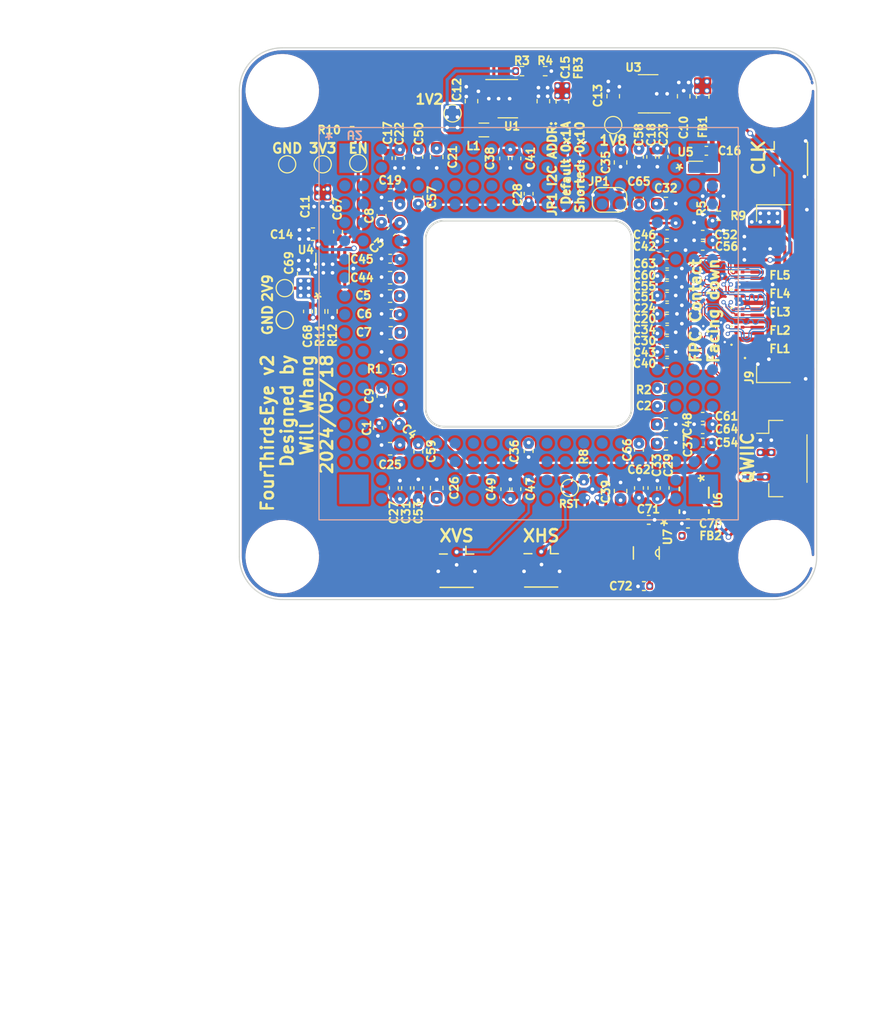
<source format=kicad_pcb>
(kicad_pcb (version 20211014) (generator pcbnew)
  (layers (0 "F.Cu" signal) (1 "In1.Cu" signal) (2 "In2.Cu" signal) (31 "B.Cu" signal) (34 "B.Paste" user) (35 "F.Paste" user) (36 "B.SilkS" user "B.Silkscreen") (37 "F.SilkS" user "F.Silkscreen") (38 "B.Mask" user) (39 "F.Mask" user) (44 "Edge.Cuts" user))
  (net 0 "")
  (net 1 "Net-(C1-Pad1)")
  (net 2 "GND")
  (net 3 "Net-(C3-Pad1)")
  (net 4 "Net-(C4-Pad1)")
  (net 5 "Net-(C5-Pad1)")
  (net 6 "Net-(C6-Pad1)")
  (net 7 "Net-(C7-Pad1)")
  (net 8 "Net-(C9-Pad1)")
  (net 9 "Net-(C10-Pad2)")
  (net 10 "+1V2")
  (net 11 "+1V8")
  (net 12 "+2V9")
  (net 13 "Net-(C15-Pad1)")
  (net 14 "+3V3")
  (net 15 "SDA_3V3")
  (net 16 "SCL_3V3")
  (net 17 "CAM_EN")
  (net 18 "Net-(L1-Pad1)")
  (net 19 "SCL_1V8")
  (net 20 "SDA_1V8")
  (net 21 "Net-(R1-Pad1)")
  (net 22 "Net-(R2-Pad1)")
  (net 23 "Net-(R3-Pad2)")
  (net 24 "CLOCK")
  (net 25 "Net-(R5-Pad2)")
  (net 27 "CAM_D0_P")
  (net 28 "CAM_D1_P")
  (net 29 "CAM_CLK_P")
  (net 30 "CAM_D2_P")
  (net 31 "CAM_D3_P")
  (net 38 "XVS")
  (net 42 "XHS")
  (net 45 "CAM_D0_N")
  (net 46 "CAM_D1_N")
  (net 47 "CAM_CLK_N")
  (net 48 "CAM_D2_N")
  (net 49 "CAM_D3_N")
  (net 55 "Net-(C2-Pad1)")
  (net 56 "Net-(C8-Pad1)")
  (net 57 "Net-(JP1-Pad2)")
  (net 58 "RST_1V8")
  (net 59 "Net-(J5-Pad1)")
  (net 60 "/CAM1_D0_N")
  (net 61 "/CAM1_D0_P")
  (net 62 "/CAM1_D1_N")
  (net 63 "/CAM1_D1_P")
  (net 64 "/CAM1_CLK_N")
  (net 65 "/CAM1_CLK_P")
  (net 66 "/CAM1_D2_N")
  (net 67 "/CAM1_D2_P")
  (net 68 "/CAM1_D3_P")
  (net 69 "/CAM1_D3_N")
  (net 70 "Net-(C11-Pad3)")
  (net 71 "Net-(C67-Pad1)")
  (net 72 "Net-(C68-Pad1)")
  (net 75 "Net-(C70-Pad2)")
  (footprint "footprints:DLM0QSB120HY2D" (layer "F.Cu") (at 162.2 95.03)
    (fp_text reference "FL4")
    (fp_text value "DLM0QSB120HY2D" hide)
  )
  (footprint "Resistor_SMD:R_0402_1005Metric" (layer "F.Cu") (at 130.6 81.8 180)
    (fp_text reference "R10")
    (fp_text value "10K")
  )
  (footprint "Resistor_SMD:R_0402_1005Metric" (layer "F.Cu") (at 129 96.5 90)
    (fp_text reference "R12")
    (fp_text value "1.15K")
  )
  (footprint "Oscillator:Oscillator_SMD_Abracon_ASDMB-4Pin_2.5x2.0mm" (layer "F.Cu") (at 159.2 85.6 -90)
    (fp_text reference "U5")
    (fp_text value "ECS-2520MV-240-DN-TR")
  )
  (footprint "Capacitor_SMD:C_0402_1005Metric" (layer "F.Cu") (at 132.7 106 -90)
    (fp_text reference "C1")
    (fp_text value "1uF")
  )
  (footprint "Capacitor_SMD:C_0402_1005Metric" (layer "F.Cu") (at 158 113.8)
    (fp_text reference "C70")
    (fp_text value "100nF")
  )
  (footprint "Resistor_SMD:R_0402_1005Metric" (layer "F.Cu") (at 144.45 76.9)
    (fp_text reference "R3")
    (fp_text value "10K")
  )
  (footprint "Capacitor_SMD:C_0402_1005Metric" (layer "F.Cu") (at 145 107.9 90)
    (fp_text reference "C36")
    (fp_text value "1uF")
  )
  (footprint "Capacitor_SMD:C_0402_1005Metric" (layer "F.Cu") (at 144 84.02 -90)
    (fp_text reference "C41")
    (fp_text value "100nF")
  )
  (footprint "TestPoint:TestPoint_Pad_D1.0mm" (layer "F.Cu") (at 125.1 97.2)
    (fp_text reference "TP5" hide)
    (fp_text value "TestPoint")
  )
  (footprint "Connector_Coaxial:U.FL_Hirose_U.FL-R-SMT-1_Vertical" (layer "F.Cu") (at 146.025 117.145 -90)
    (fp_text reference "J4" hide)
    (fp_text value "Conn_Coaxial")
  )
  (footprint "Capacitor_SMD:C_0402_1005Metric" (layer "F.Cu") (at 156.3 94.4)
    (fp_text reference "C55")
    (fp_text value "100nF")
  )
  (footprint "TestPoint:TestPoint_Pad_D1.0mm" (layer "F.Cu") (at 151.9 81.3)
    (fp_text reference "TP2" hide)
    (fp_text value "TestPoint")
  )
  (footprint "Capacitor_SMD:C_0402_1005Metric" (layer "F.Cu") (at 136 110.9 -90)
    (fp_text reference "C53")
    (fp_text value "1uF")
  )
  (footprint "Capacitor_SMD:C_0603_1608Metric" (layer "F.Cu") (at 156.2 87.7 180)
    (fp_text reference "C32")
    (fp_text value "4.7uF")
  )
  (footprint "footprints:TMP117AIDRVR" (layer "F.Cu") (at 158.5 111.9 -90)
    (fp_text reference "U6")
    (fp_text value "TMP117AIDRVR" hide)
  )
  (footprint "Capacitor_SMD:C_0603_1608Metric" (layer "F.Cu") (at 126.65 93.45 90)
    (fp_text reference "C69")
    (fp_text value "10uF")
  )
  (footprint "Capacitor_SMD:C_0603_1608Metric" (layer "F.Cu") (at 156.2 107.3 180)
    (fp_text reference "C37")
    (fp_text value "4.7uF")
  )
  (footprint "Capacitor_SMD:C_0402_1005Metric" (layer "F.Cu") (at 134.1 105.2 135)
    (fp_text reference "C4")
    (fp_text value "1uF")
  )
  (footprint "Capacitor_SMD:C_0402_1005Metric" (layer "F.Cu") (at 155 83.9 90)
    (fp_text reference "C18")
    (fp_text value "1uF")
  )
  (footprint "Resistor_SMD:R_0402_1005Metric" (layer "F.Cu") (at 134 101.2 180)
    (fp_text reference "R1")
    (fp_text value "47K")
  )
  (footprint "Capacitor_SMD:C_0402_1005Metric" (layer "F.Cu") (at 133.7 92.2)
    (fp_text reference "C45")
    (fp_text value "100nF")
  )
  (footprint "Capacitor_SMD:C_0402_1005Metric" (layer "F.Cu") (at 133.8 96.7 180)
    (fp_text reference "C6")
    (fp_text value "1uF")
  )
  (footprint "Capacitor_SMD:C_0402_1005Metric" (layer "F.Cu") (at 127 96.5 -90)
    (fp_text reference "C68")
    (fp_text value "10nF")
  )
  (footprint "Capacitor_SMD:C_0402_1005Metric" (layer "F.Cu") (at 133.5 84 90)
    (fp_text reference "C17")
    (fp_text value "1uF")
  )
  (footprint "Capacitor_SMD:C_0402_1005Metric" (layer "F.Cu") (at 154 107.8 90)
    (fp_text reference "C66")
    (fp_text value "100nF")
  )
  (footprint "Capacitor_SMD:C_0402_1005Metric" (layer "F.Cu") (at 156.3 99.8)
    (fp_text reference "C43")
    (fp_text value "1uF")
  )
  (footprint "Capacitor_SMD:C_0402_1005Metric" (layer "F.Cu") (at 156.3 90.2)
    (fp_text reference "C46")
    (fp_text value "100nF")
  )
  (footprint "Capacitor_SMD:C_0402_1005Metric" (layer "F.Cu") (at 154 110.9 -90)
    (fp_text reference "C62")
    (fp_text value "1uF")
  )
  (footprint "Resistor_SMD:R_0402_1005Metric" (layer "F.Cu") (at 160 88.1 90)
    (fp_text reference "R5")
    (fp_text value "22R")
  )
  (footprint "Capacitor_SMD:C_0603_1608Metric" (layer "F.Cu") (at 133.7 95.25 180)
    (fp_text reference "C5")
    (fp_text value "2.2uF")
  )
  (footprint "Capacitor_SMD:C_0402_1005Metric" (layer "F.Cu") (at 156.3 96.2)
    (fp_text reference "C24")
    (fp_text value "1uF")
  )
  (footprint "Capacitor_SMD:C_0603_1608Metric" (layer "F.Cu") (at 133.7 93.75)
    (fp_text reference "C44")
    (fp_text value "4.7uF")
  )
  (footprint "Capacitor_SMD:C_0402_1005Metric" (layer "F.Cu") (at 145 86.9 -90)
    (fp_text reference "C28")
    (fp_text value "1uF")
  )
  (footprint "Resistor_SMD:R_0402_1005Metric" (layer "F.Cu") (at 146.35 76.9)
    (fp_text reference "R4")
    (fp_text value "10K")
  )
  (footprint "TestPoint:TestPoint_Pad_D1.0mm" (layer "F.Cu") (at 125.1 94.6)
    (fp_text reference "TP3" hide)
    (fp_text value "TestPoint")
  )
  (footprint "Package_TO_SOT_SMD:SOT-23-5" (layer "F.Cu") (at 154.75 78.75 180)
    (fp_text reference "U3")
    (fp_text value "LP5907MFX-1.8")
  )
  (footprint "Capacitor_SMD:C_0603_1608Metric" (layer "F.Cu") (at 137.5 83.9 90)
    (fp_text reference "C21")
    (fp_text value "4.7uF")
  )
  (footprint "TestPoint:TestPoint_Pad_D1.0mm" (layer "F.Cu") (at 131.1 84.4)
    (fp_text reference "TP9" hide)
    (fp_text value "TestPoint")
  )
  (footprint "footprints:DLM0QSB120HY2D" (layer "F.Cu") (at 162.2 98.03)
    (fp_text reference "FL2")
    (fp_text value "DLM0QSB120HY2D" hide)
  )
  (footprint "Capacitor_SMD:C_0402_1005Metric" (layer "F.Cu") (at 143 84.02 90)
    (fp_text reference "C38")
    (fp_text value "1uF")
  )
  (footprint "Capacitor_SMD:C_0402_1005Metric" (layer "F.Cu") (at 159.2 105.1)
    (fp_text reference "C61")
    (fp_text value "1uF")
  )
  (footprint "Capacitor_SMD:C_0402_1005Metric" (layer "F.Cu") (at 159.2 90.25)
    (fp_text reference "C52")
    (fp_text value "1uF")
  )
  (footprint "Capacitor_SMD:C_0402_1005Metric" (layer "F.Cu") (at 156.3 93.5 180)
    (fp_text reference "C60")
    (fp_text value "1000pF")
  )
  (footprint "Capacitor_SMD:C_0402_1005Metric" (layer "F.Cu") (at 143.1 111 90)
    (fp_text reference "C49")
    (fp_text value "100nF")
  )
  (footprint "Capacitor_SMD:C_0603_1608Metric" (layer "F.Cu") (at 151.9 78.95 90)
    (fp_text reference "C13")
    (fp_text value "4.7uF")
  )
  (footprint "Connector_JST:JST_SH_BM04B-SRSS-TB_1x04-1MP_P1.00mm_Vertical" (layer "F.Cu") (at 165.7 108.5 -90)
    (fp_text reference "J1" hide)
    (fp_text value "QWIIC_CONNECTORJS-1MM")
  )
  (footprint "Capacitor_SMD:C_0402_1005Metric" (layer "F.Cu") (at 135 110.9 90)
    (fp_text reference "C31")
    (fp_text value "100nF")
  )
  (footprint "MountingHole:MountingHole_3.2mm_M3" (layer "F.Cu") (at 124.9 78.5)
    (fp_text reference "H3" hide)
    (fp_text value "MountingHole")
  )
  (footprint "Capacitor_SMD:C_0603_1608Metric" (layer "F.Cu") (at 133.75 98.25 180)
    (fp_text reference "C7")
    (fp_text value "2.2uF")
  )
  (footprint "Inductor_SMD:L_0805_2012Metric" (layer "F.Cu") (at 141.35 81.7 180)
    (fp_text reference "L1")
    (fp_text value "DFE201210U-2R2M=P2")
  )
  (footprint "Capacitor_SMD:C_0402_1005Metric" (layer "F.Cu") (at 156.3 91.2 180)
    (fp_text reference "C42")
    (fp_text value "1000pF")
  )
  (footprint "Inductor_SMD:L_0603_1608Metric" (layer "F.Cu") (at 147.75 79.35 90)
    (fp_text reference "FB3")
    (fp_text value "BLM18KG102SN1D")
  )
  (footprint "Capacitor_SMD:C_0603_1608Metric" (layer "F.Cu") (at 152.5 84.35 90)
    (fp_text reference "C35")
    (fp_text value "4.7uF")
  )
  (footprint "Inductor_SMD:L_0402_1005Metric" (layer "F.Cu") (at 158 114.8)
    (fp_text reference "FB2")
    (fp_text value "BLM15AX300SN1D")
  )
  (footprint "Resistor_SMD:R_0402_1005Metric" (layer "F.Cu") (at 160.51 88.7 180)
    (fp_text reference "R9")
    (fp_text value "DNP")
  )
  (footprint "Capacitor_SMD:C_0402_1005Metric" (layer "F.Cu") (at 136 83.9 90)
    (fp_text reference "C50")
    (fp_text value "1uF")
  )
  (footprint "Capacitor_SMD:C_0402_1005Metric" (layer "F.Cu") (at 144 111 -90)
    (fp_text reference "C47")
    (fp_text value "1uF")
  )
  (footprint "Capacitor_SMD:C_0402_1005Metric" (layer "F.Cu") (at 156.05 104.2)
    (fp_text reference "C2")
    (fp_text value "100nF")
  )
  (footprint "Capacitor_SMD:C_0603_1608Metric" (layer "F.Cu") (at 157.65 78.95 -90)
    (fp_text reference "C10")
    (fp_text value "4.7uF")
  )
  (footprint "Capacitor_SMD:C_0402_1005Metric" (layer "F.Cu") (at 134.5 84 -90)
    (fp_text reference "C22")
    (fp_text value "100nF")
  )
  (footprint "Resistor_SMD:R_0402_1005Metric" (layer "F.Cu") (at 128 96.5 -90)
    (fp_text reference "R11")
    (fp_text value "3.01K")
  )
  (footprint "TestPoint:TestPoint_Pad_D1.0mm" (layer "F.Cu") (at 125.3 84.5)
    (fp_text reference "TP7" hide)
    (fp_text value "TestPoint")
  )
  (footprint "Capacitor_SMD:C_0402_1005Metric" (layer "F.Cu") (at 159.2 107.2)
    (fp_text reference "C54")
    (fp_text value "100nF")
  )
  (footprint "Capacitor_SMD:C_0603_1608Metric" (layer "F.Cu") (at 133.7 107.7)
    (fp_text reference "C25")
    (fp_text value "4.7uF")
  )
  (footprint "Package_TO_SOT_SMD:SOT-23-5" (layer "F.Cu") (at 143.3 79.15)
    (fp_text reference "U1")
    (fp_text value "AP3418KTR-G1")
  )
  (footprint "Capacitor_SMD:C_0402_1005Metric" (layer "F.Cu") (at 129.45 90 90)
    (fp_text reference "C67")
    (fp_text value "10nF")
  )
  (footprint "MountingHole:MountingHole_3.2mm_M3" (layer "F.Cu") (at 165.1 116.5)
    (fp_text reference "H1" hide)
    (fp_text value "MountingHole")
  )
  (footprint "Capacitor_SMD:C_0603_1608Metric" (layer "F.Cu") (at 140.3375 79.35 -90)
    (fp_text reference "C12")
    (fp_text value "22uF")
  )
  (footprint "footprints:XF2M22151A" (layer "F.Cu") (at 165.8 95.05 90)
    (fp_text reference "J9")
    (fp_text value "Conn_01x22_Female" hide)
  )
  (footprint "Capacitor_SMD:C_0603_1608Metric" (layer "F.Cu") (at 152.5 111.15 -90)
    (fp_text reference "C39")
    (fp_text value "4.7uF")
  )
  (footprint "Capacitor_SMD:C_0402_1005Metric" (layer "F.Cu") (at 136 107.95 90)
    (fp_text reference "C59")
    (fp_text value "100nF")
  )
  (footprint "Capacitor_SMD:C_0402_1005Metric" (layer "F.Cu") (at 159.2 91.15 180)
    (fp_text reference "C56")
    (fp_text value "100nF")
  )
  (footprint "Capacitor_SMD:C_0402_1005Metric" (layer "F.Cu") (at 154 87.3 -90)
    (fp_text reference "C65")
    (fp_text value "100nF")
  )
  (footprint "Capacitor_SMD:C_0402_1005Metric" (layer "F.Cu") (at 156.3 97.1 180)
    (fp_text reference "C20")
    (fp_text value "1000pF")
  )
  (footprint "Capacitor_SMD:C_0603_1608Metric" (layer "F.Cu") (at 137.5 110.9 -90)
    (fp_text reference "C26")
    (fp_text value "4.7uF")
  )
  (footprint "Capacitor_SMD:C_0402_1005Metric" (layer "F.Cu") (at 159.2 106.1 180)
    (fp_text reference "C64")
    (fp_text value "100nF")
  )
  (footprint "Capacitor_SMD:C_0402_1005Metric" (layer "F.Cu") (at 156.3 98.9 180)
    (fp_text reference "C30")
    (fp_text value "1000pF")
  )
  (footprint "Capacitor_SMD:C_0603_1608Metric" (layer "F.Cu") (at 133.7 87)
    (fp_text reference "C19")
    (fp_text value "4.7uF")
  )
  (footprint "Capacitor_SMD:C_0402_1005Metric" (layer "F.Cu") (at 133 103.4 -90)
    (fp_text reference "C9")
    (fp_text value "100nF")
  )
  (footprint "Capacitor_SMD:C_0402_1005Metric" (layer "F.Cu") (at 156.3 95.3 180)
    (fp_text reference "C51")
    (fp_text value "1000pF")
  )
  (footprint "Capacitor_SMD:C_0402_1005Metric" (layer "F.Cu") (at 133.8 90 -135)
    (fp_text reference "C3")
    (fp_text value "1uF")
  )
  (footprint "TestPoint:TestPoint_Pad_D1.0mm" (layer "F.Cu") (at 128.2 84.5 90)
    (fp_text reference "TP4" hide)
    (fp_text value "TestPoint")
  )
  (footprint "Resistor_SMD:R_0402_1005Metric" (layer "F.Cu") (at 156.1 102.8)
    (fp_text reference "R2")
    (fp_text value "47K")
  )
  (footprint "MountingHole:MountingHole_3.2mm_M3" (layer "F.Cu") (at 165.1 78.5)
    (fp_text reference "H2" hide)
    (fp_text value "MountingHole")
  )
  (footprint "MountingHole:MountingHole_3.2mm_M3" (layer "F.Cu") (at 124.9 116.5)
    (fp_text reference "H4" hide)
    (fp_text value "MountingHole")
  )
  (footprint "Capacitor_SMD:C_0402_1005Metric" (layer "F.Cu") (at 154.8 113.5)
    (fp_text reference "C71")
    (fp_text value "100nF")
  )
  (footprint "TestPoint:TestPoint_Pad_D1.0mm" (layer "F.Cu") (at 148.35 110.9)
    (fp_text reference "TP10" hide)
    (fp_text value "TestPoint")
  )
  (footprint "footprints:TCA9406DCUR" (layer "F.Cu") (at 154.6 116.2 -90)
    (fp_text reference "U7")
    (fp_text value "TCA9406DC" hide)
  )
  (footprint "Capacitor_SMD:C_0402_1005Metric" (layer "F.Cu") (at 133 88.7 90)
    (fp_text reference "C8")
    (fp_text value "1uF")
  )
  (footprint "footprints:DLM0QSB120HY2D" (layer "F.Cu") (at 162.2 99.53)
    (fp_text reference "FL1")
    (fp_text value "DLM0QSB120HY2D" hide)
  )
  (footprint "Capacitor_SMD:C_0402_1005Metric" (layer "F.Cu") (at 134 110.9 -90)
    (fp_text reference "C27")
    (fp_text value "1uF")
  )
  (footprint "footprints:NFM18CC101R1C3D" (layer "F.Cu") (at 128.2 87.95 -90)
    (fp_text reference "C11")
    (fp_text value "NFM18CC101R1C3D" hide)
  )
  (footprint "Resistor_SMD:R_0402_1005Metric" (layer "F.Cu") (at 149.5 109.9 -90)
    (fp_text reference "R8")
    (fp_text value "10K")
  )
  (footprint "Capacitor_SMD:C_0603_1608Metric" (layer "F.Cu") (at 156.2 105.7 180)
    (fp_text reference "C48")
    (fp_text value "4.7uF")
  )
  (footprint "footprints:DLM0QSB120HY2D" (layer "F.Cu") (at 162.2 96.53)
    (fp_text reference "FL3")
    (fp_text value "DLM0QSB120HY2D" hide)
  )
  (footprint "Connector_Coaxial:U.FL_Hirose_U.FL-R-SMT-1_Vertical" (layer "F.Cu") (at 139.125 117.17 -90)
    (fp_text reference "J3" hide)
    (fp_text value "Conn_Coaxial")
  )
  (footprint "Capacitor_SMD:C_0402_1005Metric" (layer "F.Cu") (at 156.3 98)
    (fp_text reference "C34")
    (fp_text value "1uF")
  )
  (footprint "Capacitor_SMD:C_0402_1005Metric" (layer "F.Cu") (at 156.3 100.7 180)
    (fp_text reference "C40")
    (fp_text value "1000pF")
  )
  (footprint "TestPoint:TestPoint_Pad_D1.0mm" (layer "F.Cu") (at 138.8 80.35)
    (fp_text reference "TP1" hide)
    (fp_text value "TestPoint")
  )
  (footprint "Capacitor_SMD:C_0402_1005Metric" (layer "F.Cu") (at 155.1 110.9 90)
    (fp_text reference "C33")
    (fp_text value "100nF")
  )
  (footprint "Package_DFN_QFN:Texas_S-PDSO-N10_EP1.2x2mm" (layer "F.Cu") (at 129 93 90)
    (fp_text reference "U4")
    (fp_text value "TPS7A90")
  )
  (footprint "Capacitor_SMD:C_0402_1005Metric" (layer "F.Cu") (at 136 87.2 -90)
    (fp_text reference "C57")
    (fp_text value "100nF")
  )
  (footprint "Inductor_SMD:L_0603_1608Metric" (layer "F.Cu") (at 159.2 78.95 -90)
    (fp_text reference "FB1")
    (fp_text value "BLM18KG102SN1D")
  )
  (footprint "Capacitor_SMD:C_0402_1005Metric" (layer "F.Cu") (at 159.5 83.4 180)
    (fp_text reference "C16")
    (fp_text value "100nF")
  )
  (footprint "Capacitor_SMD:C_0402_1005Metric" (layer "F.Cu") (at 154.4 118.9 180)
    (fp_text reference "C72")
    (fp_text value "100nF")
  )
  (footprint "Connector_Coaxial:U.FL_Hirose_U.FL-R-SMT-1_Vertical" (layer "F.Cu") (at 165.92 84.05)
    (fp_text reference "J5" hide)
    (fp_text value "Conn_Coaxial")
  )
  (footprint "Jumper:SolderJumper-2_P1.3mm_Open_RoundedPad1.0x1.5mm" (layer "F.Cu") (at 151.6 87.4)
    (fp_text reference "JP1")
    (fp_text value "SolderJumper_2_Open")
  )
  (footprint "Capacitor_SMD:C_0402_1005Metric" (layer "F.Cu") (at 156.3 92.6)
    (fp_text reference "C63")
    (fp_text value "100nF")
  )
  (footprint "Capacitor_SMD:C_0402_1005Metric" (layer "F.Cu") (at 154 83.9 90)
    (fp_text reference "C58")
    (fp_text value "1uF")
  )
  (footprint "Capacitor_SMD:C_0603_1608Metric" (layer "F.Cu") (at 127.4 90.2 180)
    (fp_text reference "C14")
    (fp_text value "10uF")
  )
  (footprint "Capacitor_SMD:C_0603_1608Metric" (layer "F.Cu") (at 146.2 79.35 90)
    (fp_text reference "C15")
    (fp_text value "4.7uF")
  )
  (footprint "Capacitor_SMD:C_0402_1005Metric" (layer "F.Cu") (at 156.1 110.9 -90)
    (fp_text reference "C29")
    (fp_text value "1uF")
  )
  (footprint "Capacitor_SMD:C_0402_1005Metric" (layer "F.Cu") (at 156 83.9 -90)
    (fp_text reference "C23")
    (fp_text value "100nF")
  )
  (footprint "footprints:DLM0QSB120HY2D" (layer "F.Cu") (at 162.2 93.53)
    (fp_text reference "FL5")
    (fp_text value "DLM0QSB120HY2D" hide)
  )
  (footprint "IMX294:IMX294" (layer "B.Cu") (at 145 97.5)
    (fp_text reference "U2")
    (fp_text value "IMX294")
  )
  (gr_line (start 124.9 120) (end 165 120) (layer "Edge.Cuts") (width 0.1))
  (gr_arc (start 124.9 120) (mid 122.425126 118.974874) (end 121.4 116.5) (layer "Edge.Cuts") (width 0.1))
  (gr_arc (start 138.1 105.9) (mid 137.03934 105.46066) (end 136.6 104.4) (layer "Edge.Cuts") (width 0.15))
  (gr_line (start 151.9 105.9) (end 138.1 105.9) (layer "Edge.Cuts") (width 0.15))
  (gr_line (start 168.5 116.5) (end 168.5 78.5) (layer "Edge.Cuts") (width 0.1))
  (gr_line (start 138.1 89.1) (end 151.9 89.1) (layer "Edge.Cuts") (width 0.15))
  (gr_line (start 136.6 90.6) (end 136.6 104.4) (layer "Edge.Cuts") (width 0.15))
  (gr_line (start 153.4 90.6) (end 153.4 104.4) (layer "Edge.Cuts") (width 0.15))
  (gr_arc (start 168.5 116.5) (mid 167.474874 118.974874) (end 165 120) (layer "Edge.Cuts") (width 0.1))
  (gr_arc (start 121.4 78.5) (mid 122.425126 76.025126) (end 124.9 75) (layer "Edge.Cuts") (width 0.1))
  (gr_line (start 124.9 75) (end 165 75) (layer "Edge.Cuts") (width 0.1))
  (gr_line (start 121.4 116.5) (end 121.4 78.5) (layer "Edge.Cuts") (width 0.1))
  (gr_arc (start 153.4 104.4) (mid 152.96066 105.46066) (end 151.9 105.9) (layer "Edge.Cuts") (width 0.15))
  (gr_arc (start 151.9 89.1) (mid 152.96066 89.53934) (end 153.4 90.6) (layer "Edge.Cuts") (width 0.15))
  (gr_arc (start 165 75) (mid 167.474874 76.025126) (end 168.5 78.5) (layer "Edge.Cuts") (width 0.1))
  (gr_arc (start 136.6 90.6) (mid 137.03934 89.53934) (end 138.1 89.1) (layer "Edge.Cuts") (width 0.15))
  (gr_text "*" (at 128.7 81.9 -180) (layer "B.SilkS") (effects (font (size 1 1)) (justify mirror)))
  (gr_text "*" (at 156.05 113.4 180) (layer "F.SilkS") (effects (font (size 1 1))))
  (gr_text "XHS" (at 146.025 114.8) (layer "F.SilkS") (effects (font (size 1 1) (thickness 0.2))))
  (gr_text "2V9" (at 123.7 94.6 90) (layer "F.SilkS") (effects (font (size 0.8 0.8) (thickness 0.175))))
  (gr_text "FourThirdsEye v2\nDesigned by\nWill Whang\n2024/05/18" (at 126.1 99.9 90) (layer "F.SilkS") (effects (font (size 1 1) (thickness 0.2)) (justify right)))
  (gr_text "JP1 I2C ADDR:\nDefault 0x1A\nShorted: 0x10" (at 148.05 80.9 90) (layer "F.SilkS") (effects (font (size 0.7 0.7) (thickness 0.175)) (justify right)))
  (gr_text "*" (at 157.3 84.4 180) (layer "F.SilkS") (effects (font (size 1 1))))
  (gr_text "1V2" (at 136.9 79.2) (layer "F.SilkS") (effects (font (size 0.8 0.8) (thickness 0.175))))
  (gr_text "*" (at 127.8 94.9 180) (layer "F.SilkS") (effects (font (size 1 1))))
  (gr_text "QWIIC" (at 162.85 108.45 90) (layer "F.SilkS") (effects (font (size 1 1) (thickness 0.2))))
  (gr_text "1V8" (at 151.9 82.55) (layer "F.SilkS") (effects (font (size 0.8 0.8) (thickness 0.175))))
  (gr_text "CLK" (at 163.75 83.95 90) (layer "F.SilkS") (effects (font (size 1 1) (thickness 0.2))))
  (gr_text "GND" (at 123.7 97.2 90) (layer "F.SilkS") (effects (font (size 0.8 0.8) (thickness 0.175))))
  (gr_text "RST" (at 148.3 112.2) (layer "F.SilkS") (effects (font (size 0.6 0.6))))
  (gr_text "FPC Contact\nFacing down" (at 159.35 96.45 90) (layer "F.SilkS") (effects (font (size 0.9 0.9) (thickness 0.2))))
  (gr_text "XVS" (at 139.125 114.8) (layer "F.SilkS") (effects (font (size 1 1) (thickness 0.2))))
  (gr_text "GND" (at 125.3 83.2) (layer "F.SilkS") (effects (font (size 0.8 0.8) (thickness 0.175))))
  (gr_text "3V3" (at 128.2 83.2) (layer "F.SilkS") (effects (font (size 0.8 0.8) (thickness 0.175))))
  (gr_text "EN" (at 131.1 83.2) (layer "F.SilkS") (effects (font (size 0.8 0.8) (thickness 0.175))))
  (via (at 132.8 105.6) (size 0.45) (drill 0.3) (layers "F.Cu" "B.Cu") (net 1))
  (via (at 133 93.7) (size 0.45) (drill 0.3) (layers "F.Cu" "B.Cu") (net 2))
  (via (at 126.3 90.6) (size 0.45) (drill 0.3) (layers "F.Cu" "B.Cu") (net 2))
  (via (at 142.55 79.15) (size 0.45) (drill 0.3) (layers "F.Cu" "B.Cu") (net 2))
  (via (at 159.2 88.6) (size 0.45) (drill 0.3) (layers "F.Cu" "B.Cu") (net 2))
  (via (at 145.8 78.95) (size 0.45) (drill 0.3) (layers "F.Cu" "B.Cu") (net 2))
  (via (at 126.25 93.1) (size 0.45) (drill 0.3) (layers "F.Cu" "B.Cu") (net 2))
  (via (at 153.2 108) (size 0.45) (drill 0.3) (layers "F.Cu" "B.Cu") (net 2))
  (via (at 157.1 96.7) (size 0.45) (drill 0.3) (layers "F.Cu" "B.Cu") (net 2))
  (via (at 157.5 94.5) (size 0.45) (drill 0.3) (layers "F.Cu" "B.Cu") (net 2))
  (via (at 164.9 95.8) (size 0.45) (drill 0.3) (layers "F.Cu" "B.Cu") (net 2))
  (via (at 150.25 87) (size 0.45) (drill 0.3) (layers "F.Cu" "B.Cu") (net 2))
  (via (at 152.5 84.7) (size 0.45) (drill 0.3) (layers "F.Cu" "B.Cu") (net 2))
  (via (at 164.8 107) (size 0.45) (drill 0.3) (layers "F.Cu" "B.Cu") (net 2))
  (via (at 133 96.7) (size 0.45) (drill 0.3) (layers "F.Cu" "B.Cu") (net 2))
  (via (at 139.9125 78.975) (size 0.45) (drill 0.3) (layers "F.Cu" "B.Cu") (net 2))
  (via (at 126.3 89.85) (size 0.45) (drill 0.3) (layers "F.Cu" "B.Cu") (net 2))
  (via (at 155.45 78.75) (size 0.45) (drill 0.3) (layers "F.Cu" "B.Cu") (net 2))
  (via (at 162.6 90.4) (size 0.45) (drill 0.3) (layers "F.Cu" "B.Cu") (net 2))
  (via (at 141.75 79.15) (size 0.45) (drill 0.3) (layers "F.Cu" "B.Cu") (net 2))
  (via (at 162.2 95.8) (size 0.35) (drill 0.2) (layers "F.Cu" "B.Cu") (net 2))
  (via (at 136 84.8) (size 0.45) (drill 0.3) (layers "F.Cu" "B.Cu") (net 2))
  (via (at 127.5 87.95) (size 0.45) (drill 0.3) (layers "F.Cu" "B.Cu") (net 2))
  (via (at 164.6 100.4) (size 0.45) (drill 0.3) (layers "F.Cu" "B.Cu") (net 2))
  (via (at 133.7 100.4) (size 0.45) (drill 0.3) (layers "F.Cu" "B.Cu") (net 2))
  (via (at 126.999641 93.09925) (size 0.45) (drill 0.3) (layers "F.Cu" "B.Cu") (net 2))
  (via (at 143.45 79.15) (size 0.45) (drill 0.3) (layers "F.Cu" "B.Cu") (net 2))
  (via (at 152.5 110.45) (size 0.45) (drill 0.3) (layers "F.Cu" "B.Cu") (net 2))
  (via (at 158.5 90.7) (size 0.45) (drill 0.3) (layers "F.Cu" "B.Cu") (net 2))
  (via (at 133 99.8) (size 0.45) (drill 0.3) (layers "F.Cu" "B.Cu") (net 2))
  (via (at 157.25 77.825) (size 0.45) (drill 0.3) (layers "F.Cu" "B.Cu") (net 2))
  (via (at 145.8 78.25) (size 0.45) (drill 0.3) (layers "F.Cu" "B.Cu") (net 2))
  (via (at 157.7 112.9) (size 0.45) (drill 0.3) (layers "F.Cu" "B.Cu") (net 2))
  (via (at 132.7 106.65) (size 0.45) (drill 0.3) (layers "F.Cu" "B.Cu") (net 2))
  (via (at 140.9 78.55) (size 0.45) (drill 0.3) (layers "F.Cu" "B.Cu") (net 2))
  (via (at 133 87.2) (size 0.45) (drill 0.3) (layers "F.Cu" "B.Cu") (net 2))
  (via (at 146.55 78.95) (size 0.45) (drill 0.3) (layers "F.Cu" "B.Cu") (net 2))
  (via (at 128.9 87.95) (size 0.45) (drill 0.3) (layers "F.Cu" "B.Cu") (net 2))
  (via (at 157 105.7) (size 0.45) (drill 0.3) (layers "F.Cu" "B.Cu") (net 2))
  (via (at 159.15 93.25) (size 0.35) (drill 0.2) (layers "F.Cu" "B.Cu") (net 2))
  (via (at 157 95.2) (size 0.45) (drill 0.3) (layers "F.Cu" "B.Cu") (net 2))
  (via (at 158.05 77.825) (size 0.45) (drill 0.3) (layers "F.Cu" "B.Cu") (net 2))
  (via (at 157 107.2) (size 0.45) (drill 0.3) (layers "F.Cu" "B.Cu") (net 2))
  (via (at 146.05 117.145) (size 0.45) (drill 0.3) (layers "F.Cu" "B.Cu") (net 2))
  (via (at 157 90.7) (size 0.45) (drill 0.3) (layers "F.Cu" "B.Cu") (net 2))
  (via (at 129 97) (size 0.45) (drill 0.3) (layers "F.Cu" "B.Cu") (net 2))
  (via (at 151.5 78.5) (size 0.45) (drill 0.3) (layers "F.Cu" "B.Cu") (net 2))
  (via (at 164.9 94.3) (size 0.45) (drill 0.3) (layers "F.Cu" "B.Cu") (net 2))
  (via (at 163.7 100.8) (size 0.45) (drill 0.3) (layers "F.Cu" "B.Cu") (net 2))
  (via (at 133 107.4) (size 0.45) (drill 0.3) (layers "F.Cu" "B.Cu") (net 2))
  (via (at 157 99.8) (size 0.45) (drill 0.3) (layers "F.Cu" "B.Cu") (net 2))
  (via (at 133 92.2) (size 0.45) (drill 0.3) (layers "F.Cu" "B.Cu") (net 2))
  (via (at 158.5 105.7) (size 0.45) (drill 0.3) (layers "F.Cu" "B.Cu") (net 2))
  (via (at 137.5 84.8) (size 0.45) (drill 0.3) (layers "F.Cu" "B.Cu") (net 2))
  (via (at 134.5 110.3) (size 0.45) (drill 0.3) (layers "F.Cu" "B.Cu") (net 2))
  (via (at 147.525 117.7) (size 0.45) (drill 0.3) (layers "F.Cu" "B.Cu") (net 2))
  (via (at 164.7 91.4) (size 0.45) (drill 0.3) (layers "F.Cu" "B.Cu") (net 2))
  (via (at 133 104.2) (size 0.45) (drill 0.3) (layers "F.Cu" "B.Cu") (net 2))
  (via (at 162.6 92.3) (size 0.45) (drill 0.3) (layers "F.Cu" "B.Cu") (net 2))
  (via (at 144.625 117.7) (size 0.45) (drill 0.3) (layers "F.Cu" "B.Cu") (net 2))
  (via (at 143.5 84.8) (size 0.45) (drill 0.3) (layers "F.Cu" "B.Cu") (net 2))
  (via (at 167.7 88.2) (size 0.45) (drill 0.3) (layers "F.Cu" "B.Cu") (net 2))
  (via (at 152.4 78.175) (size 0.45) (drill 0.3) (layers "F.Cu" "B.Cu") (net 2))
  (via (at 140.625 117.7) (size 0.45) (drill 0.3) (layers "F.Cu" "B.Cu") (net 2))
  (via (at 164.9 96.9) (size 0.45) (drill 0.3) (layers "F.Cu" "B.Cu") (net 2))
  (via (at 127.6 93.3) (size 0.45) (drill 0.3) (layers "F.Cu" "B.Cu") (net 2))
  (via (at 159.2 87.1) (size 0.45) (drill 0.3) (layers "F.Cu" "B.Cu") (net 2))
  (via (at 157.65 78.5) (size 0.45) (drill 0.3) (layers "F.Cu" "B.Cu") (net 2))
  (via (at 134.8 84.8) (size 0.45) (drill 0.3) (layers "F.Cu" "B.Cu") (net 2))
  (via (at 128.2 87.95) (size 0.45) (drill 0.3) (layers "F.Cu" "B.Cu") (net 2))
  (via (at 160.8 93.6) (size 0.35) (drill 0.2) (layers "F.Cu" "B.Cu") (net 2))
  (via (at 126.25 92.35) (size 0.45) (drill 0.3) (layers "F.Cu" "B.Cu") (net 2))
  (via (at 156.3 78.75) (size 0.45) (drill 0.3) (layers "F.Cu" "B.Cu") (net 2))
  (via (at 157.5 113.8) (size 0.45) (drill 0.3) (layers "F.Cu" "B.Cu") (net 2))
  (via (at 133 98.3) (size 0.45) (drill 0.3) (layers "F.Cu" "B.Cu") (net 2))
  (via (at 153.925 118.925) (size 0.45) (drill 0.3) (layers "F.Cu" "B.Cu") (net 2))
  (via (at 160.7 97.4) (size 0.35) (drill 0.2) (layers "F.Cu" "B.Cu") (net 2))
  (via (at 129 92.65) (size 0.45) (drill 0.3) (layers "F.Cu" "B.Cu") (net 2))
  (via (at 127.6 92.65) (size 0.45) (drill 0.3) (layers "F.Cu" "B.Cu") (net 2))
  (via (at 155.5 84.7) (size 0.45) (drill 0.3) (layers "F.Cu" "B.Cu") (net 2))
  (via (at 139.9125 78.175) (size 0.45) (drill 0.3) (layers "F.Cu" "B.Cu") (net 2))
  (via (at 157.5 96) (size 0.45) (drill 0.3) (layers "F.Cu" "B.Cu") (net 2))
  (via (at 151.5 77.75) (size 0.45) (drill 0.3) (layers "F.Cu" "B.Cu") (net 2))
  (via (at 126.999641 92.34925) (size 0.45) (drill 0.3) (layers "F.Cu" "B.Cu") (net 2))
  (via (at 157.8 91.5) (size 0.45) (drill 0.3) (layers "F.Cu" "B.Cu") (net 2))
  (via (at 150.2 111) (size 0.45) (drill 0.3) (layers "F.Cu" "B.Cu") (net 2))
  (via (at 162.6 91.4) (size 0.45) (drill 0.3) (layers "F.Cu" "B.Cu") (net 2))
  (via (at 161 99) (size 0.35) (drill 0.2) (layers "F.Cu" "B.Cu") (net 2))
  (via (at 160.9 89.9) (size 0.45) (drill 0.3) (layers "F.Cu" "B.Cu") (net 2))
  (via (at 133 90.7) (size 0.45) (drill 0.3) (layers "F.Cu" "B.Cu") (net 2))
  (via (at 158.5 89.25) (size 0.45) (drill 0.3) (layers "F.Cu" "B.Cu") (net 2))
  (via (at 162.2 94.3) (size 0.35) (drill 0.2) (layers "F.Cu" "B.Cu") (net 2))
  (via (at 134.1 84.8) (size 0.45) (drill 0.3) (layers "F.Cu" "B.Cu") (net 2))
  (via (at 154 110.2) (size 0.45) (drill 0.3) (layers "F.Cu" "B.Cu") (net 2))
  (via (at 157.5 93) (size 0.45) (drill 0.3) (layers "F.Cu" "B.Cu") (net 2))
  (via (at 139.125 117.17) (size 0.45) (drill 0.3) (layers "F.Cu" "B.Cu") (net 2))
  (via (at 137.625 117.7) (size 0.45) (drill 0.3) (layers "F.Cu" "B.Cu") (net 2))
  (via (at 167.6 82.6) (size 0.45) (drill 0.3) (layers "F.Cu" "B.Cu") (net 2))
  (via (at 167.5 85.5) (size 0.45) (drill 0.3) (layers "F.Cu" "B.Cu") (net 2))
  (via (at 157 93.7) (size 0.45) (drill 0.3) (layers "F.Cu" "B.Cu") (net 2))
  (via (at 127.049641 90.59925) (size 0.45) (drill 0.3) (layers "F.Cu" "B.Cu") (net 2))
  (via (at 127.049641 89.84925) (size 0.45) (drill 0.3) (layers "F.Cu" "B.Cu") (net 2))
  (via (at 154 84.7) (size 0.45) (drill 0.3) (layers "F.Cu" "B.Cu") (net 2))
  (via (at 128.25 92.65) (size 0.45) (drill 0.3) (layers "F.Cu" "B.Cu") (net 2))
  (via (at 137.5 110.2) (size 0.45) (drill 0.3) (layers "F.Cu" "B.Cu") (net 2))
  (via (at 133 95.2) (size 0.45) (drill 0.3) (layers "F.Cu" "B.Cu") (net 2))
  (via (at 146.85 76.9) (size 0.45) (drill 0.3) (layers "F.Cu" "B.Cu") (net 2))
  (via (at 159.25 97.7) (size 0.35) (drill 0.2) (layers "F.Cu" "B.Cu") (net 2))
  (via (at 155.5 110.3) (size 0.45) (drill 0.3) (layers "F.Cu" "B.Cu") (net 2))
  (via (at 157 98.2) (size 0.45) (drill 0.3) (layers "F.Cu" "B.Cu") (net 2))
  (via (at 160.9 87.1) (size 0.45) (drill 0.3) (layers "F.Cu" "B.Cu") (net 2))
  (via (at 157.5 97.5) (size 0.45) (drill 0.3) (layers "F.Cu" "B.Cu") (net 2))
  (via (at 145 86.2) (size 0.45) (drill 0.3) (layers "F.Cu" "B.Cu") (net 2))
  (via (at 133 88.1) (size 0.45) (drill 0.3) (layers "F.Cu" "B.Cu") (net 2))
  (via (at 163.9 107) (size 0.45) (drill 0.3) (layers "F.Cu" "B.Cu") (net 2))
  (via (at 130.7 93) (size 0.45) (drill 0.3) (layers "F.Cu" "B.Cu") (net 2))
  (via (at 155.275 113.5) (size 0.45) (drill 0.3) (layers "F.Cu" "B.Cu") (net 2))
  (via (at 157 87.7) (size 0.45) (drill 0.3) (layers "F.Cu" "B.Cu") (net 2))
  (via (at 129 93.35) (size 0.45) (drill 0.3) (layers "F.Cu" "B.Cu") (net 2))
  (via (at 146.55 78.25) (size 0.45) (drill 0.3) (layers "F.Cu" "B.Cu") (net 2))
  (via (at 167.6 102) (size 0.45) (drill 0.3) (layers "F.Cu" "B.Cu") (net 2))
  (via (at 164.6 98.8) (size 0.45) (drill 0.3) (layers "F.Cu" "B.Cu") (net 2))
  (via (at 128.25 93.35) (size 0.45) (drill 0.3) (layers "F.Cu" "B.Cu") (net 2))
  (via (at 136 110.2) (size 0.45) (drill 0.3) (layers "F.Cu" "B.Cu") (net 2))
  (via (at 143.5 110.2) (size 0.45) (drill 0.3) (layers "F.Cu" "B.Cu") (net 2))
  (via (at 145 108.38) (size 0.45) (drill 0.3) (layers "F.Cu" "B.Cu") (net 2))
  (segment (start 134.139411 89.660589) (end 134.5 89.3) (width 0.8) (layer "F.Cu") (net 3))
  (via (at 134.5 89.3) (size 0.45) (drill 0.3) (layers "F.Cu" "B.Cu") (net 3))
  (via (at 134.399116 105.602417) (size 0.45) (drill 0.3) (layers "F.Cu" "B.Cu") (net 4))
  (via (at 134.5 95.2) (size 0.45) (drill 0.3) (layers "F.Cu" "B.Cu") (net 5))
  (via (at 134.5 96.75) (size 0.45) (drill 0.3) (layers "F.Cu" "B.Cu") (net 6))
  (via (at 134.5 98.2) (size 0.45) (drill 0.3) (layers "F.Cu" "B.Cu") (net 7))
  (via (at 133 102.9) (size 0.45) (drill 0.3) (layers "F.Cu" "B.Cu") (net 8))
  (segment (start 157.65 79.725) (end 159.1875 79.725) (width 0.6) (layer "F.Cu") (net 9))
  (segment (start 155.8875 79.7) (end 157.625 79.7) (width 0.6) (layer "F.Cu") (net 9))
  (segment (start 159.1875 79.725) (end 159.2 79.7375) (width 0.6) (layer "F.Cu") (net 9))
  (segment (start 157.625 79.7) (end 157.65 79.725) (width 0.6) (layer "F.Cu") (net 9))
  (segment (start 143 83.54) (end 144 83.54) (width 0.5) (layer "F.Cu") (net 10))
  (segment (start 143.42 111.8) (end 143.1 111.48) (width 0.5) (layer "F.Cu") (net 10))
  (segment (start 155.82 100.7) (end 155.82 99.8) (width 0.5) (layer "F.Cu") (net 10))
  (segment (start 155.68 111.8) (end 156.1 111.38) (width 0.5) (layer "F.Cu") (net 10))
  (segment (start 143.68 111.8) (end 144 111.48) (width 0.5) (layer "F.Cu") (net 10))
  (segment (start 159.68 106.02) (end 160 105.7) (width 0.5) (layer "F.Cu") (net 10))
  (segment (start 155.82 98.62) (end 155.5 98.3) (width 0.5) (layer "F.Cu") (net 10))
  (segment (start 156 83.42) (end 155.72 83.42) (width 0.5) (layer "F.Cu") (net 10))
  (segment (start 155.82 98) (end 155.82 98.9) (width 0.5) (layer "F.Cu") (net 10))
  (segment (start 155.82 93.28) (end 155.5 93.6) (width 0.5) (layer "F.Cu") (net 10))
  (segment (start 143.5 111.8) (end 143.42 111.8) (width 0.5) (layer "F.Cu") (net 10))
  (segment (start 154 83.42) (end 154 83.2) (width 0.5) (layer "F.Cu") (net 10))
  (segment (start 155.82 94.4) (end 155.82 94.88) (width 0.5) (layer "F.Cu") (net 10))
  (segment (start 155.82 91.12) (end 155.5 90.8) (width 0.5) (layer "F.Cu") (net 10))
  (segment (start 134.42 111.8) (end 134 111.38) (width 0.5) (layer "F.Cu") (net 10))
  (segment (start 155 83.42) (end 155.28 83.42) (width 0.5) (layer "F.Cu") (net 10))
  (segment (start 155.82 96.2) (end 155.82 96.38) (width 0.5) (layer "F.Cu") (net 10))
  (segment (start 133.5 83.52) (end 134.5 83.52) (width 0.5) (layer "F.Cu") (net 10))
  (segment (start 143 83.54) (end 143.26 83.54) (width 0.5) (layer "F.Cu") (net 10))
  (segment (start 155.8 98) (end 155.5 98.3) (width 0.5) (layer "F.Cu") (net 10))
  (segment (start 159.68 106.1) (end 159.68 106.02) (width 0.5) (layer "F.Cu") (net 10))
  (segment (start 155.82 90.2) (end 155.82 91.2) (width 0.5) (layer "F.Cu") (net 10))
  (segment (start 143.74 83.54) (end 143.5 83.3) (width 0.5) (layer "F.Cu") (net 10))
  (segment (start 155.82 97.1) (end 155.82 97.02) (width 0.5) (layer "F.Cu") (net 10))
  (segment (start 155.82 97.02) (end 155.5 96.7) (width 0.5) (layer "F.Cu") (net 10))
  (segment (start 155.6 93.5) (end 155.5 93.6) (width 0.5) (layer "F.Cu") (net 10))
  (segment (start 155.82 94.4) (end 155.82 95.3) (width 0.5) (layer "F.Cu") (net 10))
  (segment (start 155.82 94.88) (end 155.5 95.2) (width 0.5) (layer "F.Cu") (net 10))
  (segment (start 155.82 93.5) (end 155.6 93.5) (width 0.5) (layer "F.Cu") (net 10))
  (segment (start 156.1 111.38) (end 155.1 111.38) (width 0.5) (layer "F.Cu") (net 10))
  (segment (start 155.5 99.8) (end 155.82 99.8) (width 0.5) (layer "F.Cu") (net 10))
  (segment (start 155.82 98) (end 155.8 98) (width 0.5) (layer "F.Cu") (net 10))
  (segment (start 159.68 90.2) (end 159.68 90.38) (width 0.5) (layer "F.Cu") (net 10))
  (segment (start 155.82 92.6) (end 155.82 93.28) (width 0.5) (layer "F.Cu") (net 10))
  (segment (start 155.5 111.8) (end 155.68 111.8) (width 0.5) (layer "F.Cu") (net 10))
  (segment (start 155 83.42) (end 156 83.42) (width 0.5) (layer "F.Cu") (net 10))
  (segment (start 134.58 111.8) (end 135 111.38) (width 0.5) (layer "F.Cu") (net 10))
  (segment (start 134.5 111.8) (end 134.58 111.8) (width 0.5) (layer "F.Cu") (net 10))
  (segment (start 155.82 91.2) (end 155.82 91.12) (width 0.5) (layer "F.Cu") (net 10))
  (segment (start 134 111.38) (end 135 111.38) (width 0.5) (layer "F.Cu") (net 10))
  (segment (start 155.82 90.48) (end 155.5 90.8) (width 0.5) (layer "F.Cu") (net 10))
  (segment (start 134.5 83.3) (end 134.5 83.52) (width 0.5) (layer "F.Cu") (net 10))
  (segment (start 159.68 91.1) (end 159.68 91.02) (width 0.5) (layer "F.Cu") (net 10))
  (segment (start 144 83.54) (end 143.74 83.54) (width 0.5) (layer "F.Cu") (net 10))
  (segment (start 155.82 95.3) (end 155.6 95.3) (width 0.5) (layer "F.Cu") (net 10))
  (segment (start 155.5 111.8) (end 155.5 111.78) (width 0.5) (layer "F.Cu") (net 10))
  (segment (start 155.82 96.2) (end 155.82 97.1) (width 0.5) (layer "F.Cu") (net 10))
  (segment (start 155.82 90.2) (end 155.82 90.48) (width 0.5) (layer "F.Cu") (net 10))
  (segment (start 134.5 111.8) (end 134.42 111.8) (width 0.5) (layer "F.Cu") (net 10))
  (segment (start 143.1 111.48) (end 144 111.48) (width 0.5) (layer "F.Cu") (net 10))
  (segment (start 155.6 95.3) (end 155.5 95.2) (width 0.5) (layer "F.Cu") (net 10))
  (segment (start 159.68 105.1) (end 159.68 106.1) (width 0.5) (layer "F.Cu") (net 10))
  (segment (start 159.68 90.2) (end 159.68 91.1) (width 0.5) (layer "F.Cu") (net 10))
  (segment (start 155.28 83.42) (end 155.5 83.2) (width 0.5) (layer "F.Cu") (net 10))
  (segment (start 159.68 90.38) (end 160 90.7) (width 0.5) (layer "F.Cu") (net 10))
  (segment (start 143.5 111.8) (end 143.68 111.8) (width 0.5) (layer "F.Cu") (net 10))
  (segment (start 155.72 83.42) (end 155.5 83.2) (width 0.5) (layer "F.Cu") (net 10))
  (segment (start 159.68 105.38) (end 160 105.7) (width 0.5) (layer "F.Cu") (net 10))
  (segment (start 136 83.3) (end 136 83.42) (width 0.5) (layer "F.Cu") (net 10))
  (segment (start 155.82 98.9) (end 155.82 98.62) (width 0.5) (layer "F.Cu") (net 10))
  (segment (start 143.26 83.54) (end 143.5 83.3) (width 0.5) (layer "F.Cu") (net 10))
  (segment (start 159.68 91.02) (end 160 90.7) (width 0.5) (layer "F.Cu") (net 10))
  (segment (start 155.82 96.38) (end 155.5 96.7) (width 0.5) (layer "F.Cu") (net 10))
  (segment (start 159.68 105.1) (end 159.68 105.38) (width 0.5) (layer "F.Cu") (net 10))
  (segment (start 155.5 111.78) (end 155.1 111.38) (width 0.5) (layer "F.Cu") (net 10))
  (segment (start 136 111.9) (end 136 111.38) (width 0.5) (layer "F.Cu") (net 10))
  (via (at 152.5 83.3) (size 0.45) (drill 0.3) (layers "F.Cu" "B.Cu") (net 10))
  (via (at 134.5 83.3) (size 0.45) (drill 0.3) (layers "F.Cu" "B.Cu") (net 10))
  (via (at 155.5 83.2) (size 0.45) (drill 0.3) (layers "F.Cu" "B.Cu") (net 10))
  (via (at 155.5 99.8) (size 0.45) (drill 0.3) (layers "F.Cu" "B.Cu") (net 10))
  (via (at 160 90.7) (size 0.45) (drill 0.3) (layers "F.Cu" "B.Cu") (net 10))
  (via (at 139.2 81.5) (size 0.45) (drill 0.3) (layers "F.Cu" "B.Cu") (net 10))
  (via (at 136 111.9) (size 0.45) (drill 0.3) (layers "F.Cu" "B.Cu") (net 10))
  (via (at 155.5 90.8) (size 0.45) (drill 0.3) (layers "F.Cu" "B.Cu") (net 10))
  (via (at 155.5 95.2) (size 0.45) (drill 0.3) (layers "F.Cu" "B.Cu") (net 10))
  (via (at 155.5 96.7) (size 0.45) (drill 0.3) (layers "F.Cu" "B.Cu") (net 10))
  (via (at 138.35 79.85) (size 0.45) (drill 0.3) (layers "F.Cu" "B.Cu") (net 10))
  (via (at 143.5 83.3) (size 0.45) (drill 0.3) (layers "F.Cu" "B.Cu") (net 10))
  (via (at 154 83.2) (size 0.45) (drill 0.3) (layers "F.Cu" "B.Cu") (net 10))
  (via (at 138.35 80.65) (size 0.45) (drill 0.3) (layers "F.Cu" "B.Cu") (net 10))
  (via (at 143.5 111.8) (size 0.45) (drill 0.3) (layers "F.Cu" "B.Cu") (net 10))
  (via (at 134.5 111.8) (size 0.45) (drill 0.3) (layers "F.Cu" "B.Cu") (net 10))
  (via (at 138.35 81.5) (size 0.45) (drill 0.3) (layers "F.Cu" "B.Cu") (net 10))
  (via (at 143.95 76.9) (size 0.45) (drill 0.3) (layers "F.Cu" "B.Cu") (net 10))
  (via (at 155.5 98.3) (size 0.45) (drill 0.3) (layers "F.Cu" "B.Cu") (net 10))
  (via (at 155.5 93.6) (size 0.45) (drill 0.3) (layers "F.Cu" "B.Cu") (net 10))
  (via (at 137.5 83.2) (size 0.45) (drill 0.3) (layers "F.Cu" "B.Cu") (net 10))
  (via (at 139.2 80.65) (size 0.45) (drill 0.3) (layers "F.Cu" "B.Cu") (net 10))
  (via (at 160 105.7) (size 0.45) (drill 0.3) (layers "F.Cu" "B.Cu") (net 10))
  (via (at 154 111.7) (size 0.45) (drill 0.3) (layers "F.Cu" "B.Cu") (net 10))
  (via (at 152.5 111.9) (size 0.45) (drill 0.3) (layers "F.Cu" "B.Cu") (net 10))
  (via (at 139.2 79.85) (size 0.45) (drill 0.3) (layers "F.Cu" "B.Cu") (net 10))
  (via (at 155.5 111.8) (size 0.45) (drill 0.3) (layers "F.Cu" "B.Cu") (net 10))
  (via (at 137.5 111.8) (size 0.45) (drill 0.3) (layers "F.Cu" "B.Cu") (net 10))
  (via (at 136 83.3) (size 0.45) (drill 0.3) (layers "F.Cu" "B.Cu") (net 10))
  (segment (start 143.95 76.9) (end 139.05 76.9) (width 0.25) (layer "B.Cu") (net 10))
  (segment (start 139.05 76.9) (end 138.35 77.6) (width 0.25) (layer "B.Cu") (net 10))
  (segment (start 138.35 77.6) (end 138.35 79.85) (width 0.25) (layer "B.Cu") (net 10))
  (segment (start 151.3 109.85) (end 151.3 112.7) (width 0.25) (layer "F.Cu") (net 11))
  (segment (start 151.9 81.3) (end 150.3 81.3) (width 0.8) (layer "F.Cu") (net 11))
  (segment (start 145 110.25) (end 145 109.95) (width 0.5) (layer "F.Cu") (net 11))
  (segment (start 151.8 109.35) (end 151.95 109.35) (width 0.25) (layer "F.Cu") (net 11))
  (segment (start 151.1 109.35) (end 151.95 109.35) (width 0.8) (layer "F.Cu") (net 11))
  (segment (start 144.55 109.5) (end 144.55 109.35) (width 0.5) (layer "F.Cu") (net 11))
  (segment (start 135.8 91.2) (end 135.8 90.6) (width 0.3) (layer "F.Cu") (net 11))
  (segment (start 134.9 90.8) (end 135.3 90.8) (width 0.8) (layer "F.Cu") (net 11))
  (segment (start 148.7 82.9) (end 148.7 86.7) (width 0.8) (layer "F.Cu") (net 11))
  (segment (start 135.8 104.8) (end 135.1 104.1) (width 0.8) (layer "F.Cu") (net 11))
  (segment (start 151.95 109.35) (end 158.15 109.35) (width 0.8) (layer "F.Cu") (net 11))
  (segment (start 135.3 90.8) (end 135.8 91.3) (width 0.8) (layer "F.Cu") (net 11))
  (segment (start 159.975 84.775) (end 158.425 84.775) (width 0.4) (layer "F.Cu") (net 11))
  (segment (start 155.35 81.4) (end 153.65 79.7) (width 0.4) (layer "F.Cu") (net 11))
  (segment (start 135.8 104.8) (end 135.8 105.3125) (width 0.8) (layer "F.Cu") (net 11))
  (segment (start 135.6 90.8) (end 135.8 91) (width 0.3) (layer "F.Cu") (net 11))
  (segment (start 137.1 88.3) (end 135.8 89.6) (width 0.8) (layer "F.Cu") (net 11))
  (segment (start 135.8 90.6) (end 135.8 90.3) (width 0.3) (layer "F.Cu") (net 11))
  (segment (start 135.6 90.8) (end 135.8 90.6) (width 0.3) (layer "F.Cu") (net 11))
  (segment (start 145 109.45) (end 145.1 109.35) (width 0.5) (layer "F.Cu") (net 11))
  (segment (start 135.8 91.7) (end 135.8 103.3) (width 0.3) (layer "F.Cu") (net 11))
  (segment (start 145.1 109.35) (end 144.55 109.35) (width 0.8) (layer "F.Cu") (net 11))
  (segment (start 151.3 112.7) (end 152.1 113.5) (width 0.25) (layer "F.Cu") (net 11))
  (segment (start 154.35 114.8284) (end 154.35 117.5716) (width 0.25) (layer "F.Cu") (net 11))
  (segment (start 145 109.95) (end 144.55 109.5) (width 0.5) (layer "F.Cu") (net 11))
  (segment (start 153.65 79.7) (end 153.6125 79.7) (width 0.4) (layer "F.Cu") (net 11))
  (segment (start 145 109.95) (end 145 109.45) (width 0.5) (layer "F.Cu") (net 11))
  (segment (start 151.3 109.85) (end 151.8 109.35) (width 0.25) (layer "F.Cu") (net 11))
  (segment (start 135.8 90.3) (end 135.8 89.6) (width 0.3) (layer "F.Cu") (net 11))
  (segment (start 135.3 90.8) (end 135.8 90.3) (width 0.8) (layer "F.Cu") (net 11))
  (segment (start 150.3 81.3) (end 148.7 82.9) (width 0.8) (layer "F.Cu") (net 11))
  (segment (start 139.8375 109.35) (end 144.55 109.35) (width 0.8) (layer "F.Cu") (net 11))
  (segment (start 135.8 91.3) (end 135.8 91.7) (width 0.8) (layer "F.Cu") (net 11))
  (segment (start 135.1 104.1) (end 134.6 104.1) (width 0.8) (layer "F.Cu") (net 11))
  (segment (start 151.9 81.3) (end 151.9 79.725) (width 0.8) (layer "F.Cu") (net 11))
  (segment (start 159.975 82.425) (end 158.95 81.4) (width 0.4) (layer "F.Cu") (net 11))
  (segment (start 135.8 103.3) (end 135.8 104.8) (width 0.3) (layer "F.Cu") (net 11))
  (segment (start 152.1 113.5) (end 154.32 113.5) (width 0.25) (layer "F.Cu") (net 11))
  (segment (start 159.975 84.775) (end 159.975 82.425) (width 0.4) (layer "F.Cu") (net 11))
  (segment (start 151.1 109.65) (end 151.3 109.85) (width 0.25) (layer "F.Cu") (net 11))
  (segment (start 135.8 105.3125) (end 139.8375 109.35) (width 0.8) (layer "F.Cu") (net 11))
  (segment (start 151.1 109.35) (end 151.1 109.65) (width 0.25) (layer "F.Cu") (net 11))
  (segment (start 135 104.1) (end 134.6 104.1) (width 0.8) (layer "F.Cu") (net 11))
  (segment (start 135.8 89.6) (end 135.8 104.8) (width 0.8) (layer "F.Cu") (net 11))
  (segment (start 135.8 91) (end 135.8 91.2) (width 0.3) (layer "F.Cu") (net 11))
  (segment (start 145.6 109.35) (end 145.1 109.35) (width 0.8) (layer "F.Cu") (net 11))
  (segment (start 154.35 113.53) (end 154.32 113.5) (width 0.25) (layer "F.Cu") (net 11))
  (segment (start 158.15 109.35) (end 159.8 107.7) (width 0.8) (layer "F.Cu") (net 11))
  (segment (start 154.35 114.8284) (end 154.35 113.53) (width 0.25) (layer "F.Cu") (net 11))
  (segment (start 145 109.95) (end 145.6 109.35) (width 0.5) (layer "F.Cu") (net 11))
  (segment (start 159.8 107.7) (end 159.8 107.55) (width 0.8) (layer "F.Cu") (net 11))
  (segment (start 147.1 88.3) (end 137.1 88.3) (width 0.8) (layer "F.Cu") (net 11))
  (segment (start 134.9 90.8) (end 135.6 90.8) (width 0.3) (layer "F.Cu") (net 11))
  (segment (start 148.7 86.7) (end 147.1 88.3) (width 0.8) (layer "F.Cu") (net 11))
  (segment (start 151.1 109.35) (end 145.6 109.35) (width 0.8) (layer "F.Cu") (net 11))
  (segment (start 135.8 103.3) (end 135 104.1) (width 0.8) (layer "F.Cu") (net 11))
  (segment (start 135.8 91.2) (end 135.8 91.7) (width 0.3) (layer "F.Cu") (net 11))
  (segment (start 158.95 81.4) (end 155.35 81.4) (width 0.4) (layer "F.Cu") (net 11))
  (via (at 134.9 90.8) (size 0.45) (drill 0.3) (layers "F.Cu" "B.Cu") (net 11))
  (via (at 145 110.25) (size 0.45) (drill 0.3) (layers "F.Cu" "B.Cu") (net 11))
  (via (at 134.6 104.1) (size 0.45) (drill 0.3) (layers "F.Cu" "B.Cu") (net 11))
  (via (at 159.9 107.2) (size 0.45) (drill 0.3) (layers "F.Cu" "B.Cu") (net 11))
  (segment (start 126.4 94.6) (end 125.1 94.6) (width 0.25) (layer "F.Cu") (net 12))
  (segment (start 127.03 97.01) (end 127 96.98) (width 0.25) (layer "F.Cu") (net 12))
  (segment (start 134.5 87.025) (end 134.475 87) (width 0.8) (layer "F.Cu") (net 12))
  (segment (start 134.5 87.8) (end 134.5 87.025) (width 0.8) (layer "F.Cu") (net 12))
  (segment (start 128 97.01) (end 127.03 97.01) (width 0.25) (layer "F.Cu") (net 12))
  (via (at 136 107.4) (size 0.45) (drill 0.3) (layers "F.Cu" "B.Cu") (net 12))
  (via (at 127.05 94.6) (size 0.45) (drill 0.3) (layers "F.Cu" "B.Cu") (net 12))
  (via (at 127.05 94) (size 0.45) (drill 0.3) (layers "F.Cu" "B.Cu") (net 12))
  (via (at 155.5 105.7) (size 0.45) (drill 0.3) (layers "F.Cu" "B.Cu") (net 12))
  (via (at 126.4 94) (size 0.45) (drill 0.3) (layers "F.Cu" "B.Cu") (net 12))
  (via (at 155.5 107.2) (size 0.45) (drill 0.3) (layers "F.Cu" "B.Cu") (net 12))
  (via (at 145 107.2) (size 0.45) (drill 0.3) (layers "F.Cu" "B.Cu") (net 12))
  (via (at 134.5 93.8) (size 0.45) (drill 0.3) (layers "F.Cu" "B.Cu") (net 12))
  (via (at 134.5 92.2) (size 0.45) (drill 0.3) (layers "F.Cu" "B.Cu") (net 12))
  (via (at 127.41 97.01) (size 0.45) (drill 0.3) (layers "F.Cu" "B.Cu") (net 12))
  (via (at 154 87.8) (size 0.45) (drill 0.3) (layers "F.Cu" "B.Cu") (net 12))
  (via (at 155.4 87.7) (size 0.45) (drill 0.3) (layers "F.Cu" "B.Cu") (net 12))
  (via (at 145 87.45) (size 0.45) (drill 0.3) (layers "F.Cu" "B.Cu") (net 12))
  (via (at 134.5 107.4) (size 0.45) (drill 0.3) (layers "F.Cu" "B.Cu") (net 12))
  (via (at 134.5 87.8) (size 0.45) (drill 0.3) (layers "F.Cu" "B.Cu") (net 12))
  (via (at 136 87.7) (size 0.45) (drill 0.3) (layers "F.Cu" "B.Cu") (net 12))
  (via (at 126.4 95.2) (size 0.45) (drill 0.3) (layers "F.Cu" "B.Cu") (net 12))
  (via (at 154 107.3) (size 0.45) (drill 0.3) (layers "F.Cu" "B.Cu") (net 12))
  (via (at 126.4 94.6) (size 0.45) (drill 0.3) (layers "F.Cu" "B.Cu") (net 12))
  (via (at 127.05 95.2) (size 0.45) (drill 0.3) (layers "F.Cu" "B.Cu") (net 12))
  (segment (start 127.41 95.56) (end 127.05 95.2) (width 0.25) (layer "B.Cu") (net 12))
  (segment (start 127.41 97.01) (end 127.41 95.56) (width 0.25) (layer "B.Cu") (net 12))
  (segment (start 146.175 80.1) (end 146.2 80.125) (width 0.6) (layer "F.Cu") (net 13))
  (segment (start 147.7375 80.125) (end 147.75 80.1375) (width 0.6) (layer "F.Cu") (net 13))
  (segment (start 144.4375 80.1) (end 146.175 80.1) (width 0.6) (layer "F.Cu") (net 13))
  (segment (start 146.2 80.125) (end 147.7375 80.125) (width 0.6) (layer "F.Cu") (net 13))
  (segment (start 128.2 86.4) (end 128.1 86.5) (width 0.25) (layer "F.Cu") (net 14))
  (segment (start 154.85 118.87) (end 154.88 118.9) (width 0.25) (layer "F.Cu") (net 14))
  (segment (start 154.85 117.5716) (end 154.85 118.87) (width 0.25) (layer "F.Cu") (net 14))
  (segment (start 128.1 86.5) (end 127.8 86.5) (width 0.25) (layer "F.Cu") (net 14))
  (segment (start 128.2 84.5) (end 128.2 86.4) (width 0.25) (layer "F.Cu") (net 14))
  (via (at 163.9 89.2) (size 0.45) (drill 0.3) (layers "F.Cu" "B.Cu") (net 14))
  (via (at 127.8 87.15) (size 0.45) (drill 0.3) (layers "F.Cu" "B.Cu") (net 14))
  (via (at 164.6 89.2) (size 0.45) (drill 0.3) (layers "F.Cu" "B.Cu") (net 14))
  (via (at 128.6 87.15) (size 0.45) (drill 0.3) (layers "F.Cu" "B.Cu") (net 14))
  (via (at 163.9 88.5) (size 0.45) (drill 0.3) (layers "F.Cu" "B.Cu") (net 14))
  (via (at 147.35 78.1) (size 0.45) (drill 0.3) (layers "F.Cu" "B.Cu") (net 14))
  (via (at 154.88 118.9) (size 0.45) (drill 0.3) (layers "F.Cu" "B.Cu") (net 14))
  (via (at 127.8 86.5) (size 0.45) (drill 0.3) (layers "F.Cu" "B.Cu") (net 14))
  (via (at 159.55 78.5) (size 0.45) (drill 0.3) (layers "F.Cu" "B.Cu") (net 14))
  (via (at 158.75 78.5) (size 0.45) (drill 0.3) (layers "F.Cu" "B.Cu") (net 14))
  (via (at 165.3 89.2) (size 0.45) (drill 0.3) (layers "F.Cu" "B.Cu") (net 14))
  (via (at 157.5 114.8) (size 0.45) (drill 0.3) (layers "F.Cu" "B.Cu") (net 14))
  (via (at 128.6 86.5) (size 0.45) (drill 0.3) (layers "F.Cu" "B.Cu") (net 14))
  (via (at 147.35 78.9) (size 0.45) (drill 0.3) (layers "F.Cu" "B.Cu") (net 14))
  (via (at 164.6 88.5) (size 0.45) (drill 0.3) (layers "F.Cu" "B.Cu") (net 14))
  (via (at 148.1 78.1) (size 0.45) (drill 0.3) (layers "F.Cu" "B.Cu") (net 14))
  (via (at 148.1 78.9) (size 0.45) (drill 0.3) (layers "F.Cu" "B.Cu") (net 14))
  (via (at 165.3 88.5) (size 0.45) (drill 0.3) (layers "F.Cu" "B.Cu") (net 14))
  (via (at 163.2 89.2) (size 0.45) (drill 0.3) (layers "F.Cu" "B.Cu") (net 14))
  (via (at 158.75 77.75) (size 0.45) (drill 0.3) (layers "F.Cu" "B.Cu") (net 14))
  (via (at 159.55 77.75) (size 0.45) (drill 0.3) (layers "F.Cu" "B.Cu") (net 14))
  (via (at 164.8 108) (size 0.45) (drill 0.3) (layers "F.Cu" "B.Cu") (net 14))
  (via (at 163.9 108) (size 0.45) (drill 0.3) (layers "F.Cu" "B.Cu") (net 14))
  (segment (start 166.4 100.5) (end 166.4 90.9) (width 0.25) (layer "F.Cu") (net 15))
  (segment (start 155.350001 115.650001) (end 155.350001 114.8284) (width 0.25) (layer "F.Cu") (net 15))
  (segment (start 164.375 109) (end 163.1 109) (width 0.25) (layer "F.Cu") (net 15))
  (segment (start 163.1 109) (end 162.9 108.8) (width 0.25) (layer "F.Cu") (net 15))
  (segment (start 160.55 114.05) (end 159.374999 112.874999) (width 0.25) (layer "F.Cu") (net 15))
  (segment (start 166.4 90.9) (end 165.8 90.3) (width 0.25) (layer "F.Cu") (net 15))
  (segment (start 162.9 104) (end 166.4 100.5) (width 0.25) (layer "F.Cu") (net 15))
  (segment (start 162.9 108.8) (end 162.9 104) (width 0.25) (layer "F.Cu") (net 15))
  (segment (start 155.8 116.1) (end 155.350001 115.650001) (width 0.25) (layer "F.Cu") (net 15))
  (segment (start 163.1 109) (end 162.9 109.2) (width 0.25) (layer "F.Cu") (net 15))
  (segment (start 162.9 109.2) (end 162.9 108.8) (width 0.25) (layer "F.Cu") (net 15))
  (segment (start 161.3 114.9) (end 162.9 113.3) (width 0.25) (layer "F.Cu") (net 15))
  (segment (start 165.8 90.3) (end 163.65 90.3) (width 0.25) (layer "F.Cu") (net 15))
  (segment (start 158.5 116.1) (end 155.8 116.1) (width 0.25) (layer "F.Cu") (net 15))
  (segment (start 162.9 113.3) (end 162.9 109.2) (width 0.25) (layer "F.Cu") (net 15))
  (segment (start 160.55 114.05) (end 158.5 116.1) (width 0.25) (layer "F.Cu") (net 15))
  (segment (start 159.374999 112.874999) (end 159.150001 112.874999) (width 0.25) (layer "F.Cu") (net 15))
  (via (at 161.3 114.9) (size 0.45) (drill 0.3) (layers "F.Cu" "B.Cu") (net 15))
  (via (at 160.55 114.05) (size 0.45) (drill 0.3) (layers "F.Cu" "B.Cu") (net 15))
  (segment (start 160.55 114.05) (end 161.3 114.8) (width 0.25) (layer "B.Cu") (net 15))
  (segment (start 161.3 114.8) (end 161.3 114.9) (width 0.25) (layer "B.Cu") (net 15))
  (segment (start 164.375 110) (end 164.3 110) (width 0.25) (layer "F.Cu") (net 16))
  (segment (start 155.6 116.6) (end 155.350001 116.849999) (width 0.25) (layer "F.Cu") (net 16))
  (segment (start 161.25 114.15) (end 158.8 116.6) (width 0.25) (layer "F.Cu") (net 16))
  (segment (start 159.150001 110.925001) (end 159.150001 111.750001) (width 0.25) (layer "F.Cu") (net 16))
  (segment (start 159.150001 111.750001) (end 161.25 113.85) (width 0.25) (layer "F.Cu") (net 16))
  (segment (start 163.65 90.8) (end 165.5 90.8) (width 0.25) (layer "F.Cu") (net 16))
  (segment (start 162.3 110) (end 162.3 113.1) (width 0.25) (layer "F.Cu") (net 16))
  (segment (start 165.9 91.2) (end 165.9 100.3) (width 0.25) (layer "F.Cu") (net 16))
  (segment (start 161.55 113.85) (end 161.25 114.15) (width 0.25) (layer "F.Cu") (net 16))
  (segment (start 165.9 100.3) (end 162.3 103.9) (width 0.25) (layer "F.Cu") (net 16))
  (segment (start 161.25 113.85) (end 161.25 114.15) (width 0.25) (layer "F.Cu") (net 16))
  (segment (start 161.25 113.85) (end 161.55 113.85) (width 0.25) (layer "F.Cu") (net 16))
  (segment (start 158.8 116.6) (end 155.6 116.6) (width 0.25) (layer "F.Cu") (net 16))
  (segment (start 155.350001 116.849999) (end 155.350001 117.5716) (width 0.25) (layer "F.Cu") (net 16))
  (segment (start 162.3 113.1) (end 161.55 113.85) (width 0.25) (layer "F.Cu") (net 16))
  (segment (start 162.3 103.9) (end 162.3 110) (width 0.25) (layer "F.Cu") (net 16))
  (segment (start 165.5 90.8) (end 165.9 91.2) (width 0.25) (layer "F.Cu") (net 16))
  (via (at 162.3 110) (size 0.45) (drill 0.3) (layers "F.Cu" "B.Cu") (net 16))
  (via (at 164.3 110) (size 0.45) (drill 0.3) (layers "F.Cu" "B.Cu") (net 16))
  (segment (start 164.3 110) (end 162.3 110) (width 0.25) (layer "B.Cu") (net 16))
  (segment (start 142.1625 76.0625) (end 142.1625 76.0375) (width 0.25) (layer "F.Cu") (net 17))
  (segment (start 160.55 75.85) (end 155.9 75.85) (width 0.25) (layer "F.Cu") (net 17))
  (segment (start 161.2 80.1) (end 161.2 76.5) (width 0.25) (layer "F.Cu") (net 17))
  (segment (start 131.1 89.75) (end 131.1 78.2) (width 0.25) (layer "F.Cu") (net 17))
  (segment (start 155.8875 77.0875) (end 155.8875 76.5225) (width 0.25) (layer "F.Cu") (net 17))
  (segment (start 155.8875 75.9125) (end 155.9 75.9) (width 0.25) (layer "F.Cu") (net 17))
  (segment (start 155.8875 77.8) (end 155.8875 77.0875) (width 0.25) (layer "F.Cu") (net 17))
  (segment (start 155.8875 75.8875) (end 155.8875 77.8) (width 0.25) (layer "F.Cu") (net 17))
  (segment (start 155.8875 77.8) (end 155.8875 75.9125) (width 0.25) (layer "F.Cu") (net 17))
  (segment (start 142.1625 78.2) (end 142.1625 76.1) (width 0.25) (layer "F.Cu") (net 17))
  (segment (start 141.95 75.85) (end 142.35 75.85) (width 0.25) (layer "F.Cu") (net 17))
  (segment (start 142.1625 76.0375) (end 142.35 75.85) (width 0.25) (layer "F.Cu") (net 17))
  (segment (start 133.45 75.85) (end 141.95 75.85) (width 0.25) (layer "F.Cu") (net 17))
  (segment (start 164.7 92.3) (end 163.65 92.3) (width 0.25) (layer "F.Cu") (net 17))
  (segment (start 129.5 91.35) (end 131.1 89.75) (width 0.25) (layer "F.Cu") (net 17))
  (segment (start 142.1625 76.0625) (end 141.95 75.85) (width 0.25) (layer "F.Cu") (net 17))
  (segment (start 142.35 75.85) (end 155.85 75.85) (width 0.25) (layer "F.Cu") (net 17))
  (segment (start 129.5 91.7875) (end 129.5 91.35) (width 0.25) (layer "F.Cu") (net 17))
  (segment (start 163.075 81.975) (end 161.2 80.1) (width 0.25) (layer "F.Cu") (net 17))
  (segment (start 155.85 75.85) (end 155.8875 75.8875) (width 0.25) (layer "F.Cu") (net 17))
  (segment (start 161.2 76.5) (end 160.55 75.85) (width 0.25) (layer "F.Cu") (net 17))
  (segment (start 131.1 78.2) (end 133.45 75.85) (width 0.25) (layer "F.Cu") (net 17))
  (via (at 163.075 81.975) (size 0.45) (drill 0.3) (layers "F.Cu" "B.Cu") (net 17))
  (via (at 164.7 92.3) (size 0.45) (drill 0.3) (layers "F.Cu" "B.Cu") (net 17))
  (segment (start 165.6 92.3) (end 164.7 92.3) (width 0.25) (layer "B.Cu") (net 17))
  (segment (start 166.3 91.6) (end 165.6 92.3) (width 0.25) (layer "B.Cu") (net 17))
  (segment (start 163.075 81.975) (end 166.3 85.2) (width 0.25) (layer "B.Cu") (net 17))
  (segment (start 166.3 85.2) (end 166.3 91.6) (width 0.25) (layer "B.Cu") (net 17))
  (segment (start 149.8 114.7) (end 149.8 111.7) (width 0.25) (layer "F.Cu") (net 19))
  (segment (start 153.849999 116.749999) (end 153.6 116.5) (width 0.25) (layer "F.Cu") (net 19))
  (segment (start 153.849999 117.5716) (end 153.849999 116.749999) (width 0.25) (layer "F.Cu") (net 19))
  (segment (start 151.6 116.5) (end 149.8 114.7) (width 0.25) (layer "F.Cu") (net 19))
  (segment (start 153.6 116.5) (end 151.6 116.5) (width 0.25) (layer "F.Cu") (net 19))
  (via (at 149.8 111.7) (size 0.45) (drill 0.3) (layers "F.Cu" "B.Cu") (net 19))
  (segment (start 152 115.8) (end 153.6 115.8) (width 0.25) (layer "F.Cu") (net 20))
  (segment (start 150.6 111.7) (end 150.6 114.4) (width 0.25) (layer "F.Cu") (net 20))
  (segment (start 153.849999 115.550001) (end 153.849999 114.8284) (width 0.25) (layer "F.Cu") (net 20))
  (segment (start 153.6 115.8) (end 153.849999 115.550001) (width 0.25) (layer "F.Cu") (net 20))
  (segment (start 150.6 114.4) (end 152 115.8) (width 0.25) (layer "F.Cu") (net 20))
  (via (at 150.6 111.7) (size 0.45) (drill 0.3) (layers "F.Cu" "B.Cu") (net 20))
  (via (at 134.5 101.2) (size 0.45) (drill 0.3) (layers "F.Cu" "B.Cu") (net 21))
  (segment (start 155.59 102.8) (end 155.5 102.8) (width 0.5) (layer "F.Cu") (net 22))
  (via (at 155.5 102.8) (size 0.45) (drill 0.3) (layers "F.Cu" "B.Cu") (net 22))
  (segment (start 144.4375 78.2) (end 144.4375 77.8375) (width 0.25) (layer "F.Cu") (net 23))
  (segment (start 144.96 77.315) (end 144.96 76.9) (width 0.25) (layer "F.Cu") (net 23))
  (segment (start 144.96 76.9) (end 145.84 76.9) (width 0.25) (layer "F.Cu") (net 23))
  (segment (start 144.4375 77.8375) (end 144.96 77.315) (width 0.25) (layer "F.Cu") (net 23))
  (segment (start 160 88.61) (end 160 89.1) (width 0.5) (layer "F.Cu") (net 24))
  (via (at 160 89.1) (size 0.45) (drill 0.3) (layers "F.Cu" "B.Cu") (net 24))
  (segment (start 160 87.59) (end 160 86.45) (width 0.5) (layer "F.Cu") (net 25))
  (segment (start 160 86.45) (end 159.975 86.425) (width 0.5) (layer "F.Cu") (net 25))
  (segment (start 159.35 95.961828) (end 159.35 96.758578) (width 0.1) (layer "F.Cu") (net 27))
  (segment (start 158.776344 95.311828) (end 158.776344 95.488172) (width 0.1) (layer "F.Cu") (net 27))
  (segment (start 159.35 93.95) (end 159.35 94.1) (width 0.1) (layer "F.Cu") (net 27))
  (segment (start 162.394567 100.633578) (end 161.575 100.633578) (width 0.1) (layer "F.Cu") (net 27))
  (segment (start 161.2 100.258578) (end 161.2 99.710866) (width 0.1) (layer "F.Cu") (net 27))
  (segment (start 160.958578 101.6) (end 161.2 101.358578) (width 0.1) (layer "F.Cu") (net 27))
  (segment (start 159.55 93.75) (end 159.35 93.95) (width 0.1) (layer "F.Cu") (net 27))
  (segment (start 159.575 95.175) (end 158.913172 95.175) (width 0.1) (layer "F.Cu") (net 27))
  (segment (start 160.35 100.715908) (end 160.35 100.75) (width 0.1) (layer "F.Cu") (net 27))
  (segment (start 159.748656 95.175) (end 159.575 95.175) (width 0.1) (layer "F.Cu") (net 27))
  (segment (start 161.2 99.710866) (end 161.480866 99.43) (width 0.1) (layer "F.Cu") (net 27))
  (segment (start 159.35 96.758578) (end 160.35 97.758578) (width 0.1) (layer "F.Cu") (net 27))
  (segment (start 160.35 97.758578) (end 160.35 100.05) (width 0.1) (layer "F.Cu") (net 27))
  (segment (start 161.480866 99.43) (end 161.75 99.43) (width 0.1) (layer "F.Cu") (net 27))
  (segment (start 160.591422 101.6) (end 160.958578 101.6) (width 0.1) (layer "F.Cu") (net 27))
  (segment (start 160.665908 100.365908) (end 160.665908 100.4) (width 0.1) (layer "F.Cu") (net 27))
  (segment (start 160.35 100.75) (end 160.35 101.358578) (width 0.1) (layer "F.Cu") (net 27))
  (segment (start 158.913172 95.625) (end 159.013172 95.625) (width 0.1) (layer "F.Cu") (net 27))
  (segment (start 159.575 94.325) (end 159.748656 94.325) (width 0.1) (layer "F.Cu") (net 27))
  (segment (start 161.575 100.983578) (end 162.394567 100.983578) (width 0.1) (layer "F.Cu") (net 27))
  (segment (start 160.35 101.358578) (end 160.591422 101.6) (width 0.1) (layer "F.Cu") (net 27))
  (segment (start 161.75 99.43) (end 161.9 99.28) (width 0.1) (layer "F.Cu") (net 27))
  (via (at 159.55 93.75) (size 0.35) (drill 0.2) (layers "F.Cu" "B.Cu") (net 27))
  (arc (start 159.748656 94.325) (mid 160.049176 94.44948) (end 160.173656 94.75) (width 0.1) (layer "F.Cu") (net 27))
  (arc (start 160.507954 100.207954) (mid 160.619644 100.254218) (end 160.665908 100.365908) (width 0.1) (layer "F.Cu") (net 27))
  (arc (start 161.2 101.358578) (mid 161.309835 101.093413) (end 161.575 100.983578) (width 0.1) (layer "F.Cu") (net 27))
  (arc (start 160.665908 100.4) (mid 160.619644 100.51169) (end 160.507954 100.557954) (width 0.1) (layer "F.Cu") (net 27))
  (arc (start 158.913172 95.175) (mid 158.81642 95.215076) (end 158.776344 95.311828) (width 0.1) (layer "F.Cu") (net 27))
  (arc (start 160.35 100.05) (mid 160.396264 100.16169) (end 160.507954 100.207954) (width 0.1) (layer "F.Cu") (net 27))
  (arc (start 160.507954 100.557954) (mid 160.396264 100.604218) (end 160.35 100.715908) (width 0.1) (layer "F.Cu") (net 27))
  (arc (start 162.394567 100.983578) (mid 162.518311 100.932322) (end 162.569567 100.808578) (width 0.1) (layer "F.Cu") (net 27))
  (arc (start 161.575 100.633578) (mid 161.309835 100.523743) (end 161.2 100.258578) (width 0.1) (layer "F.Cu") (net 27))
  (arc (start 162.569567 100.808578) (mid 162.518311 100.684834) (end 162.394567 100.633578) (width 0.1) (layer "F.Cu") (net 27))
  (arc (start 159.35 94.1) (mid 159.415901 94.259099) (end 159.575 94.325) (width 0.1) (layer "F.Cu") (net 27))
  (arc (start 160.173656 94.75) (mid 160.049176 95.05052) (end 159.748656 95.175) (width 0.1) (layer "F.Cu") (net 27))
  (arc (start 158.776344 95.488172) (mid 158.81642 95.584924) (end 158.913172 95.625) (width 0.1) (layer "F.Cu") (net 27))
  (arc (start 159.013172 95.625) (mid 159.251345 95.723655) (end 159.35 95.961828) (width 0.1) (layer "F.Cu") (net 27))
  (segment (start 161.245204 97.73) (end 161.445204 97.93) (width 0.1) (layer "F.Cu") (net 28))
  (segment (start 161.75 97.93) (end 161.9 97.78) (width 0.1) (layer "F.Cu") (net 28))
  (segment (start 161.445204 97.93) (end 161.75 97.93) (width 0.1) (layer "F.Cu") (net 28))
  (via (at 161.245204 97.73) (size 0.35) (drill 0.2) (layers "F.Cu" "B.Cu") (net 28))
  (segment (start 163.37 97.93) (end 164.178578 97.93) (width 0.1) (layer "B.Cu") (net 28))
  (segment (start 163.15 97.2) (end 163.074486 97.2) (width 0.1) (layer "B.Cu") (net 28))
  (segment (start 160.358578 96.1) (end 159.6 96.1) (width 0.1) (layer "B.Cu") (net 28))
  (segment (start 159.4 96.3) (end 159.4 96.6) (width 0.1) (layer "B.Cu") (net 28))
  (segment (start 162.57 98.33) (end 162.57 98.525195) (width 0.1) (layer "B.Cu") (net 28))
  (segment (start 162.35 97.2) (end 162.274486 97.2) (width 0.1) (layer "B.Cu") (net 28))
  (segment (start 164.178578 97.93) (end 164.367798 97.74078) (width 0.1) (layer "B.Cu") (net 28))
  (segment (start 161.445204 97.93) (end 162.17 97.93) (width 0.1) (layer "B.Cu") (net 28))
  (segment (start 164.158578 97.2) (end 163.874487 97.200001) (width 0.1) (layer "B.Cu") (net 28))
  (segment (start 159.55 96.75) (end 160 96.75) (width 0.1) (layer "B.Cu") (net 28))
  (segment (start 162.274486 97.2) (end 162.274487 97.200001) (width 0.1) (layer "B.Cu") (net 28))
  (segment (start 164.367798 97.40922) (end 164.158578 97.2) (width 0.1) (layer "B.Cu") (net 28))
  (segment (start 161.458578 97.2) (end 160.358578 96.1) (width 0.1) (layer "B.Cu") (net 28))
  (segment (start 162.97 98.525195) (end 162.97 98.33) (width 0.1) (layer "B.Cu") (net 28))
  (segment (start 159.4 96.6) (end 159.55 96.75) (width 0.1) (layer "B.Cu") (net 28))
  (segment (start 161.95 97.524486) (end 161.874486 97.524486) (width 0.1) (layer "B.Cu") (net 28))
  (segment (start 161.55 97.2) (end 161.458578 97.2) (width 0.1) (layer "B.Cu") (net 28))
  (segment (start 161.245204 97.73) (end 161.445204 97.93) (width 0.1) (layer "B.Cu") (net 28))
  (segment (start 163.074486 97.2) (end 163.074487 97.200001) (width 0.1) (layer "B.Cu") (net 28))
  (segment (start 163.55 97.524486) (end 163.474486 97.524486) (width 0.1) (layer "B.Cu") (net 28))
  (segment (start 162.75 97.524486) (end 162.674486 97.524486) (width 0.1) (layer "B.Cu") (net 28))
  (segment (start 159.6 96.1) (end 159.4 96.3) (width 0.1) (layer "B.Cu") (net 28))
  (segment (start 164.367798 97.74078) (end 164.367798 97.40922) (width 0.1) (layer "B.Cu") (net 28))
  (arc (start 163.312243 97.362243) (mid 163.264723 97.24752) (end 163.15 97.2) (width 0.1) (layer "B.Cu") (net 28))
  (arc (start 161.874486 97.524486) (mid 161.759763 97.476966) (end 161.712243 97.362243) (width 0.1) (layer "B.Cu") (net 28))
  (arc (start 162.912243 97.362243) (mid 162.864723 97.476966) (end 162.75 97.524486) (width 0.1) (layer "B.Cu") (net 28))
  (arc (start 162.57 98.525195) (mid 162.628579 98.666616) (end 162.77 98.725195) (width 0.1) (layer "B.Cu") (net 28))
  (arc (start 162.97 98.33) (mid 163.087157 98.047157) (end 163.37 97.93) (width 0.1) (layer "B.Cu") (net 28))
  (arc (start 163.712243 97.362243) (mid 163.664723 97.476966) (end 163.55 97.524486) (width 0.1) (layer "B.Cu") (net 28))
  (arc (start 162.77 98.725195) (mid 162.911421 98.666616) (end 162.97 98.525195) (width 0.1) (layer "B.Cu") (net 28))
  (arc (start 161.712243 97.362243) (mid 161.664723 97.24752) (end 161.55 97.2) (width 0.1) (layer "B.Cu") (net 28))
  (arc (start 162.512243 97.362243) (mid 162.464723 97.24752) (end 162.35 97.2) (width 0.1) (layer "B.Cu") (net 28))
  (arc (start 163.074487 97.200001) (mid 162.959764 97.24752) (end 162.912243 97.362243) (width 0.1) (layer "B.Cu") (net 28))
  (arc (start 162.674486 97.524486) (mid 162.559763 97.476966) (end 162.512243 97.362243) (width 0.1) (layer "B.Cu") (net 28))
  (arc (start 163.874487 97.200001) (mid 163.759764 97.24752) (end 163.712243 97.362243) (width 0.1) (layer "B.Cu") (net 28))
  (arc (start 162.274487 97.200001) (mid 162.159764 97.24752) (end 162.112243 97.362243) (width 0.1) (layer "B.Cu") (net 28))
  (arc (start 162.112243 97.362243) (mid 162.064723 97.476966) (end 161.95 97.524486) (width 0.1) (layer "B.Cu") (net 28))
  (arc (start 163.474486 97.524486) (mid 163.359763 97.476966) (end 163.312243 97.362243) (width 0.1) (layer "B.Cu") (net 28))
  (arc (start 162.17 97.93) (mid 162.452843 98.047157) (end 162.57 98.33) (width 0.1) (layer "B.Cu") (net 28))
  (segment (start 161.9 96.28) (end 161.75 96.43) (width 0.1) (layer "F.Cu") (net 29))
  (segment (start 161.3 95.95) (end 161.5 95.75) (width 0.1) (layer "F.Cu") (net 29))
  (segment (start 161.3 96.05808) (end 161.3 95.95) (width 0.1) (layer "F.Cu") (net 29))
  (segment (start 161.67192 96.43) (end 161.3 96.05808) (width 0.1) (layer "F.Cu") (net 29))
  (segment (start 161.75 96.43) (end 161.67192 96.43) (width 0.1) (layer "F.Cu") (net 29))
  (via (at 161.5 95.75) (size 0.35) (drill 0.2) (layers "F.Cu" "B.Cu") (net 29))
  (segment (start 161.3 95.992934) (end 161.607066 96.3) (width 0.1) (layer "B.Cu") (net 29))
  (segment (start 163.958578 95.1) (end 163.9 95.1) (width 0.1) (layer "B.Cu") (net 29))
  (segment (start 163.375 95.443599) (end 163.375 95.275) (width 0.1) (layer "B.Cu") (net 29))
  (segment (start 159.5 95.25) (end 160 95.25) (width 0.1) (layer "B.Cu") (net 29))
  (segment (start 163.725 95.423851) (end 163.725 95.443599) (width 0.1) (layer "B.Cu") (net 29))
  (segment (start 161.607066 96.3) (end 162.55 96.3) (width 0.1) (layer "B.Cu") (net 29))
  (segment (start 164.2 95.958578) (end 164.2 95.341422) (width 0.1) (layer "B.Cu") (net 29))
  (segment (start 159.4 95.15) (end 159.5 95.25) (width 0.1) (layer "B.Cu") (net 29))
  (segment (start 160.258578 94.6) (end 159.7 94.6) (width 0.1) (layer "B.Cu") (net 29))
  (segment (start 159.7 94.6) (end 159.4 94.9) (width 0.1) (layer "B.Cu") (net 29))
  (segment (start 163.041421 96.158578) (end 163.041421 96.158579) (width 0.1) (layer "B.Cu") (net 29))
  (segment (start 159.4 94.9) (end 159.4 95.15) (width 0.1) (layer "B.Cu") (net 29))
  (segment (start 162.691421 96.158579) (end 162.691421 96.158578) (width 0.1) (layer "B.Cu") (net 29))
  (segment (start 163.025 95.275) (end 163.025 95.443599) (width 0.1) (layer "B.Cu") (net 29))
  (segment (start 162.675 95.443599) (end 162.675 95.275) (width 0.1) (layer "B.Cu") (net 29))
  (segment (start 162.5 95.1) (end 161.6 95.1) (width 0.1) (layer "B.Cu") (net 29))
  (segment (start 161.6 95.1) (end 160.758578 95.1) (width 0.1) (layer "B.Cu") (net 29))
  (segment (start 162.832842 96.017157) (end 162.9 96.017157) (width 0.1) (layer "B.Cu") (net 29))
  (segment (start 160.758578 95.1) (end 160.258578 94.6) (width 0.1) (layer "B.Cu") (net 29))
  (segment (start 164.2 95.341422) (end 163.958578 95.1) (width 0.1) (layer "B.Cu") (net 29))
  (segment (start 163.725 95.275) (end 163.725 95.423851) (width 0.1) (layer "B.Cu") (net 29))
  (segment (start 163.182842 96.3) (end 163.858578 96.3) (width 0.1) (layer "B.Cu") (net 29))
  (segment (start 161.5 95.75) (end 161.3 95.95) (width 0.1) (layer "B.Cu") (net 29))
  (segment (start 163.858578 96.3) (end 164.2 95.958578) (width 0.1) (layer "B.Cu") (net 29))
  (segment (start 161.3 95.95) (end 161.3 95.992934) (width 0.1) (layer "B.Cu") (net 29))
  (arc (start 163.9 95.1) (mid 163.776256 95.151256) (end 163.725 95.275) (width 0.1) (layer "B.Cu") (net 29))
  (arc (start 163.041421 96.158579) (mid 163.082842 96.258579) (end 163.182842 96.3) (width 0.1) (layer "B.Cu") (net 29))
  (arc (start 163.55 95.618599) (mid 163.426256 95.567343) (end 163.375 95.443599) (width 0.1) (layer "B.Cu") (net 29))
  (arc (start 162.691421 96.158578) (mid 162.732842 96.058578) (end 162.832842 96.017157) (width 0.1) (layer "B.Cu") (net 29))
  (arc (start 162.55 96.3) (mid 162.65 96.258579) (end 162.691421 96.158579) (width 0.1) (layer "B.Cu") (net 29))
  (arc (start 163.2 95.1) (mid 163.076256 95.151256) (end 163.025 95.275) (width 0.1) (layer "B.Cu") (net 29))
  (arc (start 163.375 95.275) (mid 163.323744 95.151256) (end 163.2 95.1) (width 0.1) (layer "B.Cu") (net 29))
  (arc (start 162.675 95.275) (mid 162.623744 95.151256) (end 162.5 95.1) (width 0.1) (layer "B.Cu") (net 29))
  (arc (start 162.85 95.618599) (mid 162.726256 95.567343) (end 162.675 95.443599) (width 0.1) (layer "B.Cu") (net 29))
  (arc (start 163.725 95.443599) (mid 163.673744 95.567343) (end 163.55 95.618599) (width 0.1) (layer "B.Cu") (net 29))
  (arc (start 163.025 95.443599) (mid 162.973744 95.567343) (end 162.85 95.618599) (width 0.1) (layer "B.Cu") (net 29))
  (arc (start 162.9 96.017157) (mid 163 96.058578) (end 163.041421 96.158578) (width 0.1) (layer "B.Cu") (net 29))
  (segment (start 161.3 94.5) (end 161.3 94.758578) (width 0.1) (layer "F.Cu") (net 30))
  (segment (start 161.3 94.758578) (end 161.471422 94.93) (width 0.1) (layer "F.Cu") (net 30))
  (segment (start 161.5 94.3) (end 161.3 94.5) (width 0.1) (layer "F.Cu") (net 30))
  (segment (start 161.75 94.93) (end 161.9 94.78) (width 0.1) (layer "F.Cu") (net 30))
  (segment (start 161.471422 94.93) (end 161.75 94.93) (width 0.1) (layer "F.Cu") (net 30))
  (via (at 161.5 94.3) (size 0.35) (drill 0.2) (layers "F.Cu" "B.Cu") (net 30))
  (segment (start 159.45 92.25) (end 159.35 92.35) (width 0.1) (layer "B.Cu") (net 30))
  (segment (start 159.701322 92.9) (end 160.6 92.9) (width 0.1) (layer "B.Cu") (net 30))
  (segment (start 160.901262 92.598737) (end 160.95 92.598737) (width 0.1) (layer "B.Cu") (net 30))
  (segment (start 164.095805 93.154383) (end 164.095805 93.493578) (width 0.1) (layer "B.Cu") (net 30))
  (segment (start 161.251262 92.9) (end 161.3 92.9) (width 0.1) (layer "B.Cu") (net 30))
  (segment (start 164.095805 93.493578) (end 163.789383 93.8) (width 0.1) (layer "B.Cu") (net 30))
  (segment (start 163.789383 93.8) (end 161.491422 93.8) (width 0.1) (layer "B.Cu") (net 30))
  (segment (start 161.100631 92.749368) (end 161.100631 92.749369) (width 0.1) (layer "B.Cu") (net 30))
  (segment (start 159.35 92.35) (end 159.35 92.548678) (width 0.1) (layer "B.Cu") (net 30))
  (segment (start 161.491422 93.8) (end 161.3 93.991422) (width 0.1) (layer "B.Cu") (net 30))
  (segment (start 161.3 94.1) (end 161.5 94.3) (width 0.1) (layer "B.Cu") (net 30))
  (segment (start 163.841422 92.9) (end 164.095805 93.154383) (width 0.1) (layer "B.Cu") (net 30))
  (segment (start 161.3 93.991422) (end 161.3 94.1) (width 0.1) (layer "B.Cu") (net 30))
  (segment (start 160 92.25) (end 159.45 92.25) (width 0.1) (layer "B.Cu") (net 30))
  (segment (start 161.3 92.9) (end 163.841422 92.9) (width 0.1) (layer "B.Cu") (net 30))
  (segment (start 159.35 92.548678) (end 159.701322 92.9) (width 0.1) (layer "B.Cu") (net 30))
  (segment (start 160.750631 92.749369) (end 160.750631 92.749368) (width 0.1) (layer "B.Cu") (net 30))
  (arc (start 160.95 92.598737) (mid 161.056512 92.642856) (end 161.100631 92.749368) (width 0.1) (layer "B.Cu") (net 30))
  (arc (start 160.6 92.9) (mid 160.706512 92.855881) (end 160.750631 92.749369) (width 0.1) (layer "B.Cu") (net 30))
  (arc (start 161.100631 92.749369) (mid 161.14475 92.855881) (end 161.251262 92.9) (width 0.1) (layer "B.Cu") (net 30))
  (arc (start 160.750631 92.749368) (mid 160.79475 92.642856) (end 160.901262 92.598737) (width 0.1) (layer "B.Cu") (net 30))
  (segment (start 161.9 93.28) (end 161.75 93.43) (width 0.1) (layer "F.Cu") (net 31))
  (segment (start 159.35 98.55) (end 159.55 98.35) (width 0.1) (layer "F.Cu") (net 31))
  (segment (start 158.958578 91.95) (end 158.04014 92.868438) (width 0.1) (layer "F.Cu") (net 31))
  (segment (start 158.325511 100.5) (end 159.041422 100.5) (width 0.1) (layer "F.Cu") (net 31))
  (segment (start 158.04014 92.868438) (end 158.04014 100.214629) (width 0.1) (layer "F.Cu") (net 31))
  (segment (start 158.04014 100.214629) (end 158.325511 100.5) (width 0.1) (layer "F.Cu") (net 31))
  (segment (start 161.75 93.43) (end 161.64492 93.43) (width 0.1) (layer "F.Cu") (net 31))
  (segment (start 161.5 92.258578) (end 161.191422 91.95) (width 0.1) (layer "F.Cu") (net 31))
  (segment (start 161.64492 93.43) (end 161.5 93.28508) (width 0.1) (layer "F.Cu") (net 31))
  (segment (start 161.5 93.28508) (end 161.5 92.258578) (width 0.1) (layer "F.Cu") (net 31))
  (segment (start 159.35 100.191422) (end 159.35 98.55) (width 0.1) (layer "F.Cu") (net 31))
  (segment (start 161.191422 91.95) (end 158.958578 91.95) (width 0.1) (layer "F.Cu") (net 31))
  (segment (start 159.041422 100.5) (end 159.35 100.191422) (width 0.1) (layer "F.Cu") (net 31))
  (via (at 159.55 98.35) (size 0.35) (drill 0.2) (layers "F.Cu" "B.Cu") (net 31))
  (via (at 139.125 116.12) (size 0.45) (drill 0.3) (layers "F.Cu" "B.Cu") (net 38))
  (segment (start 145 112.9) (end 141.78 116.12) (width 0.2) (layer "B.Cu") (net 38))
  (segment (start 141.78 116.12) (end 139.125 116.12) (width 0.2) (layer "B.Cu") (net 38))
  (segment (start 145 111.75) (end 145 112.9) (width 0.2) (layer "B.Cu") (net 38))
  (via (at 146.025 116.095) (size 0.45) (drill 0.3) (layers "F.Cu" "B.Cu") (net 42))
  (segment (start 148 114.12) (end 146.025 116.095) (width 0.2) (layer "B.Cu") (net 42))
  (segment (start 148 111.75) (end 148 114.12) (width 0.2) (layer "B.Cu") (net 42))
  (segment (start 159.15 93.95) (end 159.15 94.1) (width 0.1) (layer "F.Cu") (net 45))
  (segment (start 159.575 94.525) (end 159.748656 94.525) (width 0.1) (layer "F.Cu") (net 45))
  (segment (start 158.95 93.75) (end 159.15 93.95) (width 0.1) (layer "F.Cu") (net 45))
  (segment (start 160.15 101.441422) (end 160.508578 101.8) (width 0.1) (layer "F.Cu") (net 45))
  (segment (start 161.575 101.183578) (end 162.394567 101.183578) (width 0.1) (layer "F.Cu") (net 45))
  (segment (start 161.75 99.63) (end 161.9 99.78) (width 0.1) (layer "F.Cu") (net 45))
  (segment (start 160.508578 101.8) (end 161.041422 101.8) (width 0.1) (layer "F.Cu") (net 45))
  (segment (start 162.394567 100.433578) (end 161.575 100.433578) (width 0.1) (layer "F.Cu") (net 45))
  (segment (start 161.4 99.79371) (end 161.56371 99.63) (width 0.1) (layer "F.Cu") (net 45))
  (segment (start 161.4 100.258578) (end 161.4 99.79371) (width 0.1) (layer "F.Cu") (net 45))
  (segment (start 159.15 95.961828) (end 159.15 96.841422) (width 0.1) (layer "F.Cu") (net 45))
  (segment (start 160.15 97.841422) (end 160.15 101.441422) (width 0.1) (layer "F.Cu") (net 45))
  (segment (start 161.041422 101.8) (end 161.4 101.441422) (width 0.1) (layer "F.Cu") (net 45))
  (segment (start 158.576344 95.311828) (end 158.576344 95.488172) (width 0.1) (layer "F.Cu") (net 45))
  (segment (start 159.15 96.841422) (end 160.15 97.841422) (width 0.1) (layer "F.Cu") (net 45))
  (segment (start 161.56371 99.63) (end 161.75 99.63) (width 0.1) (layer "F.Cu") (net 45))
  (segment (start 159.748656 94.975) (end 159.575 94.975) (width 0.1) (layer "F.Cu") (net 45))
  (segment (start 158.913172 95.825) (end 159.013172 95.825) (width 0.1) (layer "F.Cu") (net 45))
  (segment (start 161.4 101.441422) (end 161.4 101.358578) (width 0.1) (layer "F.Cu") (net 45))
  (segment (start 159.575 94.975) (end 158.913172 94.975) (width 0.1) (layer "F.Cu") (net 45))
  (via (at 158.95 93.75) (size 0.35) (drill 0.2) (layers "F.Cu" "B.Cu") (net 45))
  (arc (start 159.973656 94.75) (mid 159.907755 94.909099) (end 159.748656 94.975) (width 0.1) (layer "F.Cu") (net 45))
  (arc (start 161.575 100.433578) (mid 161.451256 100.382322) (end 161.4 100.258578) (width 0.1) (layer "F.Cu") (net 45))
  (arc (start 162.394567 101.183578) (mid 162.659732 101.073743) (end 162.769567 100.808578) (width 0.1) (layer "F.Cu") (net 45))
  (arc (start 159.15 94.1) (mid 159.27448 94.40052) (end 159.575 94.525) (width 0.1) (layer "F.Cu") (net 45))
  (arc (start 158.576344 95.488172) (mid 158.674999 95.726345) (end 158.913172 95.825) (width 0.1) (layer "F.Cu") (net 45))
  (arc (start 158.913172 94.975) (mid 158.674999 95.073655) (end 158.576344 95.311828) (width 0.1) (layer "F.Cu") (net 45))
  (arc (start 159.013172 95.825) (mid 159.109924 95.865076) (end 159.15 95.961828) (width 0.1) (layer "F.Cu") (net 45))
  (arc (start 159.748656 94.525) (mid 159.907755 94.590901) (end 159.973656 94.75) (width 0.1) (layer "F.Cu") (net 45))
  (arc (start 161.4 101.358578) (mid 161.451256 101.234834) (end 161.575 101.183578) (width 0.1) (layer "F.Cu") (net 45))
  (arc (start 162.769567 100.808578) (mid 162.659732 100.543413) (end 162.394567 100.433578) (width 0.1) (layer "F.Cu") (net 45))
  (segment (start 161.75 98.13) (end 161.445204 98.13) (width 0.1) (layer "F.Cu") (net 46))
  (segment (start 161.9 98.28) (end 161.75 98.13) (width 0.1) (layer "F.Cu") (net 46))
  (segment (start 161.445204 98.13) (end 161.245204 98.33) (width 0.1) (layer "F.Cu") (net 46))
  (via (at 161.245204 98.33) (size 0.35) (drill 0.2) (layers "F.Cu" "B.Cu") (net 46))
  (segment (start 164.261422 98.13) (end 164.567798 97.823624) (width 0.1) (layer "B.Cu") (net 46))
  (segment (start 162.37 98.33) (end 162.37 98.525195) (width 0.1) (layer "B.Cu") (net 46))
  (segment (start 164.567798 97.326376) (end 164.241422 97) (width 0.1) (layer "B.Cu") (net 46))
  (segment (start 159.1 96.3) (end 159.1 96.6) (width 0.1) (layer "B.Cu") (net 46))
  (segment (start 158.95 96.75) (end 158.5 96.75) (width 0.1) (layer "B.Cu") (net 46))
  (segment (start 161.445204 98.13) (end 162.17 98.13) (width 0.1) (layer "B.Cu") (net 46))
  (segment (start 159.1 96.6) (end 158.95 96.75) (width 0.1) (layer "B.Cu") (net 46))
  (segment (start 163.37 98.13) (end 164.261422 98.13) (width 0.1) (layer "B.Cu") (net 46))
  (segment (start 161.245204 98.33) (end 161.445204 98.13) (width 0.1) (layer "B.Cu") (net 46))
  (segment (start 160.441422 95.9) (end 159.5 95.9) (width 0.1) (layer "B.Cu") (net 46))
  (segment (start 163.17 98.525195) (end 163.17 98.33) (width 0.1) (layer "B.Cu") (net 46))
  (segment (start 161.541422 97) (end 160.441422 95.9) (width 0.1) (layer "B.Cu") (net 46))
  (segment (start 164.241422 97) (end 161.541422 97) (width 0.1) (layer "B.Cu") (net 46))
  (segment (start 159.5 95.9) (end 159.1 96.3) (width 0.1) (layer "B.Cu") (net 46))
  (segment (start 164.567798 97.823624) (end 164.567798 97.326376) (width 0.1) (layer "B.Cu") (net 46))
  (arc (start 162.77 98.925195) (mid 163.052843 98.808038) (end 163.17 98.525195) (width 0.1) (layer "B.Cu") (net 46))
  (arc (start 162.17 98.13) (mid 162.311421 98.188579) (end 162.37 98.33) (width 0.1) (layer "B.Cu") (net 46))
  (arc (start 162.37 98.525195) (mid 162.487157 98.808038) (end 162.77 98.925195) (width 0.1) (layer "B.Cu") (net 46))
  (arc (start 163.17 98.33) (mid 163.228579 98.188579) (end 163.37 98.13) (width 0.1) (layer "B.Cu") (net 46))
  (segment (start 161.9 96.78) (end 161.75 96.63) (width 0.1) (layer "F.Cu") (net 47))
  (segment (start 161.75 96.63) (end 161.589076 96.63) (width 0.1) (layer "F.Cu") (net 47))
  (segment (start 161.1 96.140924) (end 161.1 95.95) (width 0.1) (layer "F.Cu") (net 47))
  (segment (start 161.589076 96.63) (end 161.1 96.140924) (width 0.1) (layer "F.Cu") (net 47))
  (segment (start 161.1 95.95) (end 160.9 95.75) (width 0.1) (layer "F.Cu") (net 47))
  (via (at 160.9 95.75) (size 0.35) (drill 0.2) (layers "F.Cu" "B.Cu") (net 47))
  (segment (start 164.4 96.041422) (end 164.4 95.258578) (width 0.1) (layer "B.Cu") (net 47))
  (segment (start 160.341422 94.4) (end 159.6 94.4) (width 0.1) (layer "B.Cu") (net 47))
  (segment (start 163.941422 96.5) (end 164.4 96.041422) (width 0.1) (layer "B.Cu") (net 47))
  (segment (start 161.1 95.95) (end 161.1 96.075778) (width 0.1) (layer "B.Cu") (net 47))
  (segment (start 159.15 94.848066) (end 159.15 95.15) (width 0.1) (layer "B.Cu") (net 47))
  (segment (start 164.4 95.258578) (end 164.041422 94.9) (width 0.1) (layer "B.Cu") (net 47))
  (segment (start 159.311566 94.6865) (end 159.15 94.848066) (width 0.1) (layer "B.Cu") (net 47))
  (segment (start 161.1 96.075778) (end 161.524222 96.5) (width 0.1) (layer "B.Cu") (net 47))
  (segment (start 159.15 95.15) (end 159.05 95.25) (width 0.1) (layer "B.Cu") (net 47))
  (segment (start 164.041422 94.9) (end 160.841422 94.9) (width 0.1) (layer "B.Cu") (net 47))
  (segment (start 159.3135 94.6865) (end 159.311566 94.6865) (width 0.1) (layer "B.Cu") (net 47))
  (segment (start 159.05 95.25) (end 158.5 95.25) (width 0.1) (layer "B.Cu") (net 47))
  (segment (start 159.6 94.4) (end 159.3135 94.6865) (width 0.1) (layer "B.Cu") (net 47))
  (segment (start 161.524222 96.5) (end 163.941422 96.5) (width 0.1) (layer "B.Cu") (net 47))
  (segment (start 160.9 95.75) (end 161.1 95.95) (width 0.1) (layer "B.Cu") (net 47))
  (segment (start 160.841422 94.9) (end 160.341422 94.4) (width 0.1) (layer "B.Cu") (net 47))
  (segment (start 160.9 94.3) (end 161.1 94.5) (width 0.1) (layer "F.Cu") (net 48))
  (segment (start 161.75 95.13) (end 161.9 95.28) (width 0.1) (layer "F.Cu") (net 48))
  (segment (start 161.388578 95.13) (end 161.75 95.13) (width 0.1) (layer "F.Cu") (net 48))
  (segment (start 161.1 94.5) (end 161.1 94.841422) (width 0.1) (layer "F.Cu") (net 48))
  (segment (start 161.1 94.841422) (end 161.388578 95.13) (width 0.1) (layer "F.Cu") (net 48))
  (via (at 160.9 94.3) (size 0.35) (drill 0.2) (layers "F.Cu" "B.Cu") (net 48))
  (segment (start 163.895805 93.410734) (end 163.895805 93.237227) (width 0.1) (layer "B.Cu") (net 48))
  (segment (start 159.618478 93.1) (end 163.758578 93.1) (width 0.1) (layer "B.Cu") (net 48))
  (segment (start 159.1 92.581522) (end 159.1 92.35) (width 0.1) (layer "B.Cu") (net 48))
  (segment (start 163.706539 93.6) (end 163.895805 93.410734) (width 0.1) (layer "B.Cu") (net 48))
  (segment (start 163.895805 93.237227) (end 163.758578 93.1) (width 0.1) (layer "B.Cu") (net 48))
  (segment (start 159.618478 93.1) (end 159.1 92.581522) (width 0.1) (layer "B.Cu") (net 48))
  (segment (start 161.408578 93.6) (end 163.706539 93.6) (width 0.1) (layer "B.Cu") (net 48))
  (segment (start 159 92.25) (end 158.5 92.25) (width 0.1) (layer "B.Cu") (net 48))
  (segment (start 161.1 94.1) (end 161.1 93.908578) (width 0.1) (layer "B.Cu") (net 48))
  (segment (start 161.1 93.908578) (end 161.408578 93.6) (width 0.1) (layer "B.Cu") (net 48))
  (segment (start 159.1 92.35) (end 159 92.25) (width 0.1) (layer "B.Cu") (net 48))
  (segment (start 160.9 94.3) (end 161.1 94.1) (width 0.1) (layer "B.Cu") (net 48))
  (segment (start 158.975 98.825) (end 158.926249 98.825) (width 0.1) (layer "F.Cu") (net 49))
  (segment (start 158.24014 92.951282) (end 159.041422 92.15) (width 0.1) (layer "F.Cu") (net 49))
  (segment (start 158.408355 100.3) (end 158.24014 100.131785) (width 0.1) (layer "F.Cu") (net 49))
  (segment (start 158.926249 99.875) (end 158.975 99.875) (width 0.1) (layer "F.Cu") (net 49))
  (segment (start 159.15 100.1) (end 159.15 100.108578) (width 0.1) (layer "F.Cu") (net 49))
  (segment (start 159.15 100.05) (end 159.15 100.1) (width 0.1) (layer "F.Cu") (net 49))
  (segment (start 158.958578 100.3) (end 158.408355 100.3) (width 0.1) (layer "F.Cu") (net 49))
  (segment (start 161.3 93.367924) (end 161.562076 93.63) (width 0.1) (layer "F.Cu") (net 49))
  (segment (start 158.95 98.35) (end 159.15 98.55) (width 0.1) (layer "F.Cu") (net 49))
  (segment (start 158.975 99.525) (end 158.926249 99.525) (width 0.1) (layer "F.Cu") (net 49))
  (segment (start 159.15 100.108578) (end 158.958578 100.3) (width 0.1) (layer "F.Cu") (net 49))
  (segment (start 161.562076 93.63) (end 161.75 93.63) (width 0.1) (layer "F.Cu") (net 49))
  (segment (start 159.041422 92.15) (end 161.108578 92.15) (width 0.1) (layer "F.Cu") (net 49))
  (segment (start 161.3 92.341422) (end 161.3 93.367924) (width 0.1) (layer "F.Cu") (net 49))
  (segment (start 159.15 98.55) (end 159.15 98.65) (width 0.1) (layer "F.Cu") (net 49))
  (segment (start 158.24014 100.131785) (end 158.24014 92.951282) (width 0.1) (layer "F.Cu") (net 49))
  (segment (start 158.926249 99.175) (end 158.975 99.175) (width 0.1) (layer "F.Cu") (net 49))
  (segment (start 161.108578 92.15) (end 161.3 92.341422) (width 0.1) (layer "F.Cu") (net 49))
  (segment (start 161.75 93.63) (end 161.9 93.78) (width 0.1) (layer "F.Cu") (net 49))
  (via (at 158.95 98.35) (size 0.35) (drill 0.2) (layers "F.Cu" "B.Cu") (net 49))
  (arc (start 159.15 98.65) (mid 159.098744 98.773744) (end 158.975 98.825) (width 0.1) (layer "F.Cu") (net 49))
  (arc (start 159.15 99.35) (mid 159.098744 99.473744) (end 158.975 99.525) (width 0.1) (layer "F.Cu") (net 49))
  (arc (start 158.975 99.875) (mid 159.098744 99.926256) (end 159.15 100.05) (width 0.1) (layer "F.Cu") (net 49))
  (arc (start 158.926249 99.525) (mid 158.802505 99.576256) (end 158.751249 99.7) (width 0.1) (layer "F.Cu") (net 49))
  (arc (start 158.751249 99) (mid 158.802505 99.123744) (end 158.926249 99.175) (width 0.1) (layer "F.Cu") (net 49))
  (arc (start 158.751249 99.7) (mid 158.802505 99.823744) (end 158.926249 99.875) (width 0.1) (layer "F.Cu") (net 49))
  (arc (start 158.975 99.175) (mid 159.098744 99.226256) (end 159.15 99.35) (width 0.1) (layer "F.Cu") (net 49))
  (arc (start 158.926249 98.825) (mid 158.802505 98.876256) (end 158.751249 99) (width 0.1) (layer "F.Cu") (net 49))
  (segment (start 155.57 104.2) (end 155.5 104.2) (width 0.5) (layer "F.Cu") (net 55))
  (via (at 155.5 104.2) (size 0.45) (drill 0.3) (layers "F.Cu" "B.Cu") (net 55))
  (via (at 133 89.2) (size 0.45) (drill 0.3) (layers "F.Cu" "B.Cu") (net 56))
  (segment (start 157 89.3) (end 154.1 89.3) (width 0.2) (layer "F.Cu") (net 57))
  (segment (start 154.1 89.3) (end 152.25 87.45) (width 0.2) (layer "F.Cu") (net 57))
  (segment (start 152.25 87.45) (end 152.25 87.4) (width 0.2) (layer "F.Cu") (net 57))
  (via (at 157 89.3) (size 0.45) (drill 0.3) (layers "F.Cu" "B.Cu") (net 57))
  (segment (start 157 89.25) (end 157 89.3) (width 0.2) (layer "B.Cu") (net 57))
  (segment (start 149.5 110.41) (end 148.69 110.41) (width 0.2) (layer "F.Cu") (net 58))
  (segment (start 148.35 110.75) (end 148.35 110.9) (width 0.2) (layer "F.Cu") (net 58))
  (segment (start 148.69 110.41) (end 148.35 110.75) (width 0.2) (layer "F.Cu") (net 58))
  (via (at 149.5 110.4) (size 0.45) (drill 0.3) (layers "F.Cu" "B.Cu") (net 58))
  (segment (start 149.6 110.41) (end 149.6 110.35) (width 0.2) (layer "B.Cu") (net 58))
  (segment (start 149.6 110.35) (end 149.5 110.25) (width 0.2) (layer "B.Cu") (net 58))
  (segment (start 161.02 88.7) (end 161.02 88.08) (width 0.25) (layer "F.Cu") (net 59))
  (segment (start 161.9 87.2) (end 161.9 84.9) (width 0.25) (layer "F.Cu") (net 59))
  (segment (start 161.9 84.9) (end 162.75 84.05) (width 0.25) (layer "F.Cu") (net 59))
  (segment (start 161.02 88.08) (end 161.9 87.2) (width 0.25) (layer "F.Cu") (net 59))
  (segment (start 162.75 84.05) (end 164.87 84.05) (width 0.25) (layer "F.Cu") (net 59))
  (segment (start 163.65 99.78) (end 162.5 99.78) (width 0.1) (layer "F.Cu") (net 60))
  (segment (start 163.65 99.28) (end 162.5 99.28) (width 0.1) (layer "F.Cu") (net 61))
  (segment (start 163.65 98.28) (end 162.5 98.28) (width 0.1) (layer "F.Cu") (net 62))
  (segment (start 163.65 97.78) (end 162.5 97.78) (width 0.1) (layer "F.Cu") (net 63))
  (segment (start 163.65 96.78) (end 162.5 96.78) (width 0.1) (layer "F.Cu") (net 64))
  (segment (start 162.5 96.28) (end 163.65 96.28) (width 0.1) (layer "F.Cu") (net 65))
  (segment (start 162.5 95.28) (end 163.65 95.28) (width 0.1) (layer "F.Cu") (net 66))
  (segment (start 163.65 94.78) (end 162.5 94.78) (width 0.1) (layer "F.Cu") (net 67))
  (segment (start 163.65 93.28) (end 162.5 93.28) (width 0.1) (layer "F.Cu") (net 68))
  (segment (start 162.5 93.78) (end 163.65 93.78) (width 0.1) (layer "F.Cu") (net 69))
  (segment (start 130 91.7875) (end 130 91.45) (width 0.25) (layer "F.Cu") (net 70))
  (segment (start 130 91.45) (end 130.1 91.35) (width 0.25) (layer "F.Cu") (net 70))
  (segment (start 130.1 91.35) (end 130.75 91.35) (width 0.25) (layer "F.Cu") (net 70))
  (via (at 127.85 91.05) (size 0.45) (drill 0.3) (layers "F.Cu" "B.Cu") (net 70))
  (via (at 130.75 91.35) (size 0.45) (drill 0.3) (layers "F.Cu" "B.Cu") (net 70))
  (segment (start 128.252 91.452) (end 127.85 91.05) (width 0.25) (layer "B.Cu") (net 70))
  (segment (start 130.75 91.35) (end 130.648 91.452) (width 0.25) (layer "B.Cu") (net 70))
  (segment (start 130.648 91.452) (end 128.252 91.452) (width 0.25) (layer "B.Cu") (net 70))
  (segment (start 129 91.7875) (end 129 90.93) (width 0.25) (layer "F.Cu") (net 71))
  (segment (start 129 90.93) (end 129.45 90.48) (width 0.25) (layer "F.Cu") (net 71))
  (segment (start 129 94.2125) (end 129 95.99) (width 0.25) (layer "F.Cu") (net 72))
  (segment (start 129 95.99) (end 127.03 95.99) (width 0.25) (layer "F.Cu") (net 72))
  (segment (start 127.03 95.99) (end 127 96.02) (width 0.25) (layer "F.Cu") (net 72))
  (segment (start 158.5 112.874999) (end 158.5 114.785) (width 0.25) (layer "F.Cu") (net 75))
  (segment (start 158.5 114.785) (end 158.485 114.8) (width 0.25) (layer "F.Cu") (net 75))
  (zone (net 10) (net_name "+1V2") (layer "F.Cu") (priority 1) (connect_pads yes (clearance 0.2)) (min_thickness 0.254) (fill yes (thermal_gap 0.508) (thermal_bridge_width 0.508))
    (polygon (pts (xy 140.85 82.3) (xy 138.7 82.3) (xy 138.05 81.7) (xy 138.05 79.6) (xy 140.85 79.6)))
  )
  (zone (net 14) (net_name "+3V3") (layer "F.Cu") (priority 1) (connect_pads yes (clearance 0.2)) (min_thickness 0.254) (fill yes (thermal_gap 0.508) (thermal_bridge_width 0.508))
    (polygon (pts (xy 148.4 79.2) (xy 147.1 79.2) (xy 147.1 77.8) (xy 148.4 77.8)))
  )
  (zone (net 18) (net_name "Net-(L1-Pad1)") (layer "F.Cu") (priority 1) (connect_pads yes (clearance 0.2)) (min_thickness 0.254) (fill yes (thermal_gap 0.508) (thermal_bridge_width 0.508))
    (polygon (pts (xy 143 82.3) (xy 141.3 82.3) (xy 141.3 79.7) (xy 143 79.7)))
  )
  (zone (net 11) (net_name "+1V8") (layer "F.Cu") (priority 1) (connect_pads yes (clearance 0.2)) (min_thickness 0.254) (fill yes (thermal_gap 0.508) (thermal_bridge_width 0.508))
    (polygon (pts (xy 160.2 107.7) (xy 159.4 107.7) (xy 159.4 106.85) (xy 160.2 106.85)))
  )
  (zone (net 14) (net_name "+3V3") (layer "F.Cu") (priority 1) (connect_pads yes (clearance 0.2)) (min_thickness 0.254) (fill yes (thermal_gap 0.508) (thermal_bridge_width 0.508))
    (polygon (pts (xy 128.9 87.45) (xy 127.5 87.45) (xy 127.5 86.1) (xy 128.9 86.1)))
  )
  (zone (net 0) (net_name "") (layer "F.Cu") (connect_pads yes (clearance 0)) (min_thickness 0.254)
    (keepout (tracks allowed) (vias allowed) (pads allowed) (copperpour not_allowed) (footprints allowed))
    (fill (thermal_gap 0.508) (thermal_bridge_width 0.508))
    (polygon (pts (xy 159.95 101.25) (xy 158.5 101.25) (xy 158.5 97.45) (xy 159.95 97.45)))
  )
  (zone (net 70) (net_name "Net-(C11-Pad3)") (layer "F.Cu") (priority 1) (connect_pads yes (clearance 0.2)) (min_thickness 0.254) (fill yes (thermal_gap 0.508) (thermal_bridge_width 0.508))
    (polygon (pts (xy 128.7 92.2) (xy 127.6 92.2) (xy 127.6 88.4) (xy 128.7 88.4)))
  )
  (zone (net 12) (net_name "+2V9") (layer "F.Cu") (priority 1) (connect_pads yes (clearance 0.2)) (min_thickness 0.254) (fill yes (thermal_gap 0.508) (thermal_bridge_width 0.508))
    (polygon (pts (xy 128.65 95.45) (xy 126.05 95.45) (xy 126.05 93.75) (xy 128.65 93.75)))
  )
  (zone (net 11) (net_name "+1V8") (layer "F.Cu") (priority 1) (connect_pads yes (clearance 0.2)) (min_thickness 0.254) (fill yes (thermal_gap 0.508) (thermal_bridge_width 0.508))
    (polygon (pts (xy 154.4 80.4) (xy 151.2 80.4) (xy 151.2 79.1) (xy 154.4 79.1)))
  )
  (zone (net 14) (net_name "+3V3") (layer "F.Cu") (priority 1) (connect_pads yes (clearance 0.2)) (min_thickness 0.254) (fill yes (thermal_gap 0.508) (thermal_bridge_width 0.508))
    (polygon (pts (xy 159.9 77.4) (xy 159.9 78.8) (xy 158.5 78.8) (xy 158.5 77.4)))
  )
  (zone (net 14) (net_name "+3V3") (layer "F.Cu") (priority 1) (connect_pads yes (clearance 0.2)) (min_thickness 0.254) (fill yes (thermal_gap 0.508) (thermal_bridge_width 0.508))
    (polygon (pts (xy 165.6 90) (xy 162.9 90) (xy 162.9 88.8) (xy 163.5 88.2) (xy 165.6 88.2)))
  )
  (zone (net 2) (net_name "GND") (layers "F.Cu" "In1.Cu" "In2.Cu" "B.Cu") (connect_pads thru_hole_only (clearance 0.2)) (min_thickness 0.2) (fill yes (thermal_gap 0.254) (thermal_bridge_width 0.508))
    (polygon (pts (xy 173.85 124) (xy 116.1 124) (xy 116.1 71.1) (xy 173.85 71.1)))
  )
  (zone (net 12) (net_name "+2V9") (layer "B.Cu") (priority 1) (connect_pads yes (clearance 0.2)) (min_thickness 0.254) (fill yes (thermal_gap 0.508) (thermal_bridge_width 0.508))
    (polygon (pts (xy 127.3 95.45) (xy 126.05 95.45) (xy 126.05 93.75) (xy 127.3 93.75)))
  )
  (zone (net 10) (net_name "+1V2") (layer "B.Cu") (priority 1) (connect_pads yes (clearance 0.2)) (min_thickness 0.254) (fill yes (thermal_gap 0.508) (thermal_bridge_width 0.508))
    (polygon (pts (xy 139.5 81.85) (xy 138.05 81.85) (xy 138.05 79.6) (xy 139.5 79.6)))
  )
  (zone (net 14) (net_name "+3V3") (layer "B.Cu") (priority 1) (connect_pads yes (clearance 0.2)) (min_thickness 0.254) (fill yes (thermal_gap 0.508) (thermal_bridge_width 0.508))
    (polygon (pts (xy 165.6 89.5) (xy 162.9 89.5) (xy 162.9 88.8) (xy 163.5 88.2) (xy 165.6 88.2)))
  )
)
</source>
